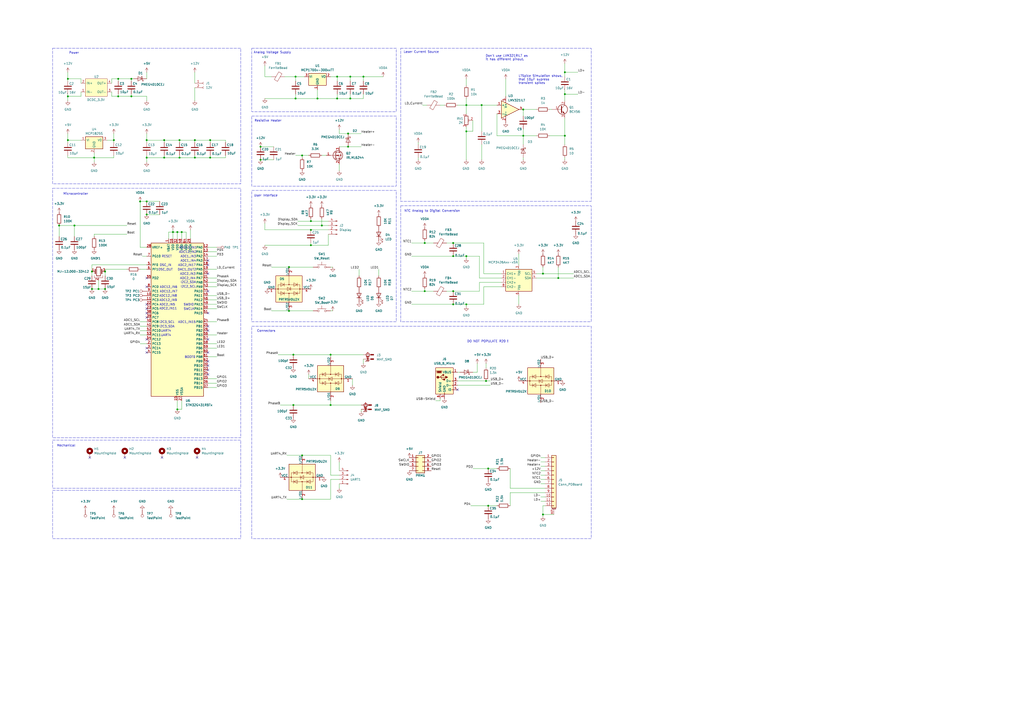
<source format=kicad_sch>
(kicad_sch (version 20250114) (generator "eeschema") (generator_version "9.0")
  (paper "A2")
  (rectangle (start 232.41 119.38) (end 342.9 186.69) (stroke (width 0) (type dash)))
  (rectangle (start 146.05 110.49) (end 229.87 186.69) (stroke (width 0) (type dash)))
  (rectangle (start 30.48 109.22) (end 139.7 254) (stroke (width 0) (type dash)))
  (rectangle (start 232.41 27.94) (end 342.9 116.84) (stroke (width 0) (type dash)))
  (rectangle (start 146.05 189.23) (end 342.9 312.42) (stroke (width 0) (type dash)))
  (rectangle (start 30.48 284.48) (end 139.7 312.42) (stroke (width 0) (type dash)))
  (rectangle (start 30.48 255.27) (end 139.7 283.21) (stroke (width 0) (type dash)))
  (rectangle (start 146.05 67.31) (end 229.87 107.95) (stroke (width 0) (type dash)))
  (rectangle (start 146.05 27.94) (end 229.87 64.77) (stroke (width 0) (type dash)))
  (rectangle (start 30.48 27.94) (end 139.7 106.68) (stroke (width 0) (type dash)))
  (text "SWCLK" (at 109.728 179.324 0) (effects (font (size 1.27 1.27))))
  (text "ADC1_IN4" (at 109.22 151.384 0) (effects (font (size 1.27 1.27))))
  (text "Don't use LVM321RILT as \nit has different pinout." (at 281.686 33.528 0) (effects (font (size 1.27 1.27)) (justify left)))
  (text "ADC12_IN8" (at 97.536 171.704 0) (effects (font (size 1.27 1.27))))
  (text "I2C2_SDA" (at 109.22 163.83 0) (effects (font (size 1.27 1.27))))
  (text "ADC12_IN2" (at 108.966 146.304 0) (effects (font (size 1.27 1.27))))
  (text "ADC12_IN7" (at 97.79 169.164 0) (effects (font (size 1.27 1.27))))
  (text "ADC2_IN17" (at 108.458 153.924 0) (effects (font (size 1.27 1.27))))
  (text "I2C3_SCL" (at 96.774 186.944 0) (effects (font (size 1.27 1.27))))
  (text "Laser Current Source" (at 244.348 30.226 0) (effects (font (size 1.27 1.27))))
  (text "ADC1_IN15" (at 108.458 186.944 0) (effects (font (size 1.27 1.27))))
  (text "SWDIO" (at 109.474 176.784 0) (effects (font (size 1.27 1.27))))
  (text "OSC_IN" (at 96.012 153.924 0) (effects (font (size 1.27 1.27))))
  (text "ADC2_IN11" (at 97.536 179.07 0) (effects (font (size 1.27 1.27))))
  (text "ADC2_IN3" (at 108.966 159.004 0) (effects (font (size 1.27 1.27))))
  (text "Resistive Heater" (at 155.448 70.104 0) (effects (font (size 1.27 1.27))))
  (text "ADC2_IN4" (at 108.966 161.544 0) (effects (font (size 1.27 1.27))))
  (text "Microcontroller" (at 43.942 112.522 0) (effects (font (size 1.27 1.27))))
  (text "OSC_OUT" (at 96.012 156.464 0) (effects (font (size 1.27 1.27))))
  (text "ADC2_IN5" (at 97.028 176.784 0) (effects (font (size 1.27 1.27))))
  (text "ADC12_IN1" (at 108.966 143.764 0) (effects (font (size 1.27 1.27))))
  (text "UART4" (at 96.266 192.024 0) (effects (font (size 1.27 1.27))))
  (text "BOOT0" (at 110.236 207.264 0) (effects (font (size 1.27 1.27))))
  (text "ADC1_IN3" (at 109.22 148.844 0) (effects (font (size 1.27 1.27))))
  (text "Power" (at 42.926 30.734 0) (effects (font (size 1.27 1.27))))
  (text "Mechanical" (at 38.354 258.572 0) (effects (font (size 1.27 1.27))))
  (text "I2C2_SCL" (at 109.22 166.37 0) (effects (font (size 1.27 1.27))))
  (text "NTC Analog to Digital Conversion" (at 250.698 122.428 0) (effects (font (size 1.27 1.27))))
  (text "DO NOT POPULATE R20 !" (at 282.956 198.12 0) (effects (font (size 1.27 1.27))))
  (text "Connectors" (at 154.432 192.024 0) (effects (font (size 1.27 1.27))))
  (text "LTSpice Simulation shows,\nthat 10µF supress \ntransient spikes" (at 300.736 46.228 0) (effects (font (size 1.27 1.27)) (justify left)))
  (text "RESET" (at 96.774 148.844 0) (effects (font (size 1.27 1.27))))
  (text "ADC12_IN9" (at 97.536 174.244 0) (effects (font (size 1.27 1.27))))
  (text "Analog Voltage Supply" (at 157.988 30.48 0) (effects (font (size 1.27 1.27))))
  (text "DAC1_OUT2" (at 108.458 156.464 0) (effects (font (size 1.27 1.27))))
  (text "UART4" (at 96.266 194.564 0) (effects (font (size 1.27 1.27))))
  (text "User Interface" (at 154.178 113.538 0) (effects (font (size 1.27 1.27))))
  (text "I2C3_SDA" (at 96.774 189.484 0) (effects (font (size 1.27 1.27))))
  (text "ADC12_IN6" (at 97.79 166.624 0) (effects (font (size 1.27 1.27))))
  (junction (at 327.66 41.91))
  (junction (at 184.15 57.15))
  (junction (at 210.82 44.45))
  (junction (at 180.34 128.27))
  (junction (at 283.21 293.37))
  (junction (at 104.14 81.28))
  (junction (at 54.61 91.44))
  (junction (at 171.45 57.15))
  (junction (at 203.2 44.45))
  (junction (at 53.34 167.64))
  (junction (at 201.93 77.47))
  (junction (at 85.09 124.46))
  (junction (at 303.53 78.74))
  (junction (at 175.26 90.17))
  (junction (at 100.33 134.62))
  (junction (at 303.53 63.5))
  (junction (at 186.69 130.81))
  (junction (at 60.96 167.64))
  (junction (at 95.25 91.44))
  (junction (at 191.77 205.74))
  (junction (at 180.34 142.24))
  (junction (at 170.18 234.95))
  (junction (at 201.93 85.09))
  (junction (at 151.13 85.09))
  (junction (at 121.92 91.44))
  (junction (at 175.26 289.56))
  (junction (at 102.87 134.62))
  (junction (at 262.89 168.91))
  (junction (at 195.58 44.45))
  (junction (at 85.09 81.28))
  (junction (at 95.25 81.28))
  (junction (at 39.37 45.72))
  (junction (at 57.15 167.64))
  (junction (at 195.58 57.15))
  (junction (at 323.85 161.29))
  (junction (at 170.18 205.74))
  (junction (at 68.58 45.72))
  (junction (at 121.92 81.28))
  (junction (at 66.04 81.28))
  (junction (at 104.14 91.44))
  (junction (at 85.09 116.84))
  (junction (at 102.87 237.49))
  (junction (at 43.18 130.81))
  (junction (at 167.64 180.34))
  (junction (at 60.96 157.48))
  (junction (at 270.51 148.59))
  (junction (at 39.37 81.28))
  (junction (at 270.51 60.96))
  (junction (at 270.51 176.53))
  (junction (at 113.03 91.44))
  (junction (at 113.03 81.28))
  (junction (at 180.34 133.35))
  (junction (at 262.89 140.97))
  (junction (at 76.2 45.72))
  (junction (at 76.2 55.88))
  (junction (at 246.38 168.91))
  (junction (at 281.94 220.98))
  (junction (at 85.09 91.44))
  (junction (at 81.28 116.84))
  (junction (at 39.37 55.88))
  (junction (at 279.4 60.96))
  (junction (at 283.21 271.78))
  (junction (at 327.66 78.74))
  (junction (at 246.38 140.97))
  (junction (at 175.26 264.16))
  (junction (at 314.96 158.75))
  (junction (at 53.34 157.48))
  (junction (at 151.13 92.71))
  (junction (at 34.29 130.81))
  (junction (at 105.41 134.62))
  (junction (at 68.58 55.88))
  (junction (at 270.51 76.2))
  (junction (at 203.2 57.15))
  (junction (at 327.66 54.61))
  (junction (at 314.96 298.45))
  (junction (at 262.89 148.59))
  (junction (at 171.45 44.45))
  (junction (at 191.77 234.95))
  (junction (at 167.64 154.94))
  (junction (at 262.89 176.53))
  (no_connect (at 85.09 166.37))
  (no_connect (at 120.65 151.13))
  (no_connect (at 85.09 204.47))
  (no_connect (at 120.65 204.47))
  (no_connect (at 72.39 265.43))
  (no_connect (at 120.65 212.09))
  (no_connect (at 85.09 201.93))
  (no_connect (at 85.09 196.85))
  (no_connect (at 120.65 196.85))
  (no_connect (at 114.3 265.43))
  (no_connect (at 120.65 158.75))
  (no_connect (at 265.43 226.06))
  (no_connect (at 120.65 189.23))
  (no_connect (at 120.65 217.17))
  (no_connect (at 52.07 265.43))
  (no_connect (at 120.65 191.77))
  (no_connect (at 93.98 265.43))
  (no_connect (at 120.65 209.55))
  (no_connect (at 85.09 184.15))
  (no_connect (at 120.65 181.61))
  (no_connect (at 120.65 214.63))
  (no_connect (at 85.09 179.07))
  (no_connect (at 120.65 153.67))
  (no_connect (at 120.65 168.91))
  (no_connect (at 85.09 176.53))
  (no_connect (at 85.09 181.61))
  (no_connect (at 85.09 161.29))
  (wire (pts (xy 288.29 293.37) (xy 283.21 293.37)))
  (wire (pts (xy 39.37 81.28) (xy 46.99 81.28)))
  (wire (pts (xy 255.27 231.14) (xy 255.27 232.41)))
  (wire (pts (xy 300.99 147.32) (xy 300.99 153.67)))
  (wire (pts (xy 153.67 44.45) (xy 157.48 44.45)))
  (wire (pts (xy 191.77 232.41) (xy 191.77 234.95)))
  (wire (pts (xy 57.15 162.56) (xy 57.15 167.64)))
  (wire (pts (xy 104.14 91.44) (xy 113.03 91.44)))
  (wire (pts (xy 95.25 81.28) (xy 104.14 81.28)))
  (wire (pts (xy 323.85 161.29) (xy 332.74 161.29)))
  (wire (pts (xy 39.37 55.88) (xy 46.99 55.88)))
  (wire (pts (xy 100.33 134.62) (xy 100.33 138.43)))
  (wire (pts (xy 54.61 91.44) (xy 66.04 91.44)))
  (wire (pts (xy 270.51 57.15) (xy 270.51 60.96)))
  (wire (pts (xy 53.34 153.67) (xy 53.34 157.48)))
  (wire (pts (xy 167.64 180.34) (xy 181.61 180.34)))
  (wire (pts (xy 120.65 201.93) (xy 125.73 201.93)))
  (wire (pts (xy 238.76 140.97) (xy 246.38 140.97)))
  (wire (pts (xy 259.08 168.91) (xy 262.89 168.91)))
  (wire (pts (xy 246.38 140.97) (xy 246.38 139.7)))
  (wire (pts (xy 82.55 148.59) (xy 85.09 148.59)))
  (wire (pts (xy 186.69 90.17) (xy 189.23 90.17)))
  (wire (pts (xy 120.65 148.59) (xy 125.73 148.59)))
  (wire (pts (xy 171.45 57.15) (xy 184.15 57.15)))
  (wire (pts (xy 238.76 148.59) (xy 262.89 148.59)))
  (wire (pts (xy 121.92 81.28) (xy 130.81 81.28)))
  (wire (pts (xy 95.25 81.28) (xy 95.25 82.55)))
  (wire (pts (xy 85.09 58.42) (xy 85.09 55.88)))
  (wire (pts (xy 102.87 134.62) (xy 105.41 134.62)))
  (wire (pts (xy 54.61 93.98) (xy 54.61 91.44)))
  (wire (pts (xy 191.77 205.74) (xy 210.82 205.74)))
  (wire (pts (xy 313.69 267.97) (xy 316.23 267.97)))
  (wire (pts (xy 327.66 36.83) (xy 327.66 41.91)))
  (wire (pts (xy 46.99 45.72) (xy 46.99 48.26)))
  (wire (pts (xy 100.33 134.62) (xy 102.87 134.62)))
  (wire (pts (xy 262.89 148.59) (xy 270.51 148.59)))
  (wire (pts (xy 276.86 210.82) (xy 276.86 215.9)))
  (wire (pts (xy 270.51 60.96) (xy 270.51 66.04)))
  (wire (pts (xy 95.25 91.44) (xy 95.25 90.17)))
  (wire (pts (xy 270.51 148.59) (xy 270.51 149.86)))
  (wire (pts (xy 278.13 163.83) (xy 290.83 163.83)))
  (wire (pts (xy 196.85 283.21) (xy 196.85 280.67)))
  (wire (pts (xy 121.92 81.28) (xy 121.92 82.55)))
  (wire (pts (xy 196.85 99.06) (xy 196.85 95.25)))
  (wire (pts (xy 102.87 134.62) (xy 102.87 138.43)))
  (wire (pts (xy 257.81 60.96) (xy 255.27 60.96)))
  (wire (pts (xy 162.56 234.95) (xy 170.18 234.95)))
  (wire (pts (xy 311.15 158.75) (xy 314.96 158.75)))
  (wire (pts (xy 293.37 45.72) (xy 293.37 55.88)))
  (wire (pts (xy 303.53 91.44) (xy 303.53 92.71)))
  (wire (pts (xy 153.67 57.15) (xy 171.45 57.15)))
  (wire (pts (xy 303.53 63.5) (xy 311.15 63.5)))
  (wire (pts (xy 157.48 154.94) (xy 167.64 154.94)))
  (wire (pts (xy 113.03 41.91) (xy 113.03 48.26)))
  (wire (pts (xy 288.29 66.04) (xy 288.29 78.74)))
  (wire (pts (xy 95.25 91.44) (xy 104.14 91.44)))
  (wire (pts (xy 81.28 116.84) (xy 85.09 116.84)))
  (wire (pts (xy 153.67 142.24) (xy 180.34 142.24)))
  (wire (pts (xy 279.4 60.96) (xy 279.4 76.2)))
  (wire (pts (xy 327.66 92.71) (xy 327.66 91.44)))
  (wire (pts (xy 278.13 148.59) (xy 278.13 161.29)))
  (wire (pts (xy 66.04 81.28) (xy 66.04 82.55)))
  (wire (pts (xy 323.85 154.94) (xy 323.85 161.29)))
  (wire (pts (xy 327.66 41.91) (xy 327.66 44.45)))
  (wire (pts (xy 278.13 161.29) (xy 290.83 161.29)))
  (wire (pts (xy 120.65 166.37) (xy 125.73 166.37)))
  (wire (pts (xy 280.67 158.75) (xy 290.83 158.75)))
  (wire (pts (xy 274.32 215.9) (xy 276.86 215.9)))
  (wire (pts (xy 238.76 176.53) (xy 262.89 176.53)))
  (wire (pts (xy 81.28 189.23) (xy 85.09 189.23)))
  (wire (pts (xy 120.65 173.99) (xy 125.73 173.99)))
  (wire (pts (xy 57.15 167.64) (xy 60.96 167.64)))
  (wire (pts (xy 265.43 220.98) (xy 281.94 220.98)))
  (wire (pts (xy 278.13 168.91) (xy 278.13 163.83)))
  (wire (pts (xy 210.82 208.28) (xy 210.82 210.82)))
  (wire (pts (xy 316.23 283.21) (xy 295.91 283.21)))
  (wire (pts (xy 105.41 237.49) (xy 105.41 232.41)))
  (wire (pts (xy 153.67 129.54) (xy 153.67 133.35)))
  (wire (pts (xy 97.79 134.62) (xy 100.33 134.62)))
  (wire (pts (xy 180.34 128.27) (xy 190.5 128.27)))
  (wire (pts (xy 120.65 199.39) (xy 125.73 199.39)))
  (wire (pts (xy 175.26 91.44) (xy 175.26 90.17)))
  (wire (pts (xy 327.66 41.91) (xy 335.28 41.91)))
  (wire (pts (xy 105.41 134.62) (xy 107.95 134.62)))
  (wire (pts (xy 85.09 41.91) (xy 85.09 45.72)))
  (wire (pts (xy 280.67 140.97) (xy 280.67 158.75)))
  (wire (pts (xy 85.09 81.28) (xy 85.09 82.55)))
  (wire (pts (xy 100.33 133.35) (xy 100.33 134.62)))
  (wire (pts (xy 295.91 293.37) (xy 295.91 285.75)))
  (wire (pts (xy 104.14 81.28) (xy 104.14 82.55)))
  (wire (pts (xy 295.91 285.75) (xy 316.23 285.75)))
  (wire (pts (xy 270.51 73.66) (xy 270.51 76.2)))
  (wire (pts (xy 110.49 133.35) (xy 110.49 138.43)))
  (wire (pts (xy 238.76 168.91) (xy 246.38 168.91)))
  (wire (pts (xy 113.03 81.28) (xy 121.92 81.28)))
  (wire (pts (xy 76.2 55.88) (xy 85.09 55.88)))
  (wire (pts (xy 170.18 234.95) (xy 191.77 234.95)))
  (wire (pts (xy 68.58 55.88) (xy 76.2 55.88)))
  (wire (pts (xy 193.04 180.34) (xy 191.77 180.34)))
  (wire (pts (xy 208.28 156.21) (xy 208.28 160.02)))
  (wire (pts (xy 68.58 45.72) (xy 68.58 46.99)))
  (wire (pts (xy 313.69 265.43) (xy 316.23 265.43)))
  (wire (pts (xy 179.07 217.17) (xy 179.07 219.71)))
  (wire (pts (xy 43.18 130.81) (xy 34.29 130.81)))
  (wire (pts (xy 39.37 77.47) (xy 39.37 81.28)))
  (wire (pts (xy 120.65 179.07) (xy 125.73 179.07)))
  (wire (pts (xy 196.85 267.97) (xy 196.85 273.05)))
  (wire (pts (xy 311.15 161.29) (xy 323.85 161.29)))
  (wire (pts (xy 280.67 166.37) (xy 290.83 166.37)))
  (wire (pts (xy 203.2 44.45) (xy 203.2 46.99)))
  (wire (pts (xy 125.73 224.79) (xy 120.65 224.79)))
  (wire (pts (xy 64.77 55.88) (xy 68.58 55.88)))
  (wire (pts (xy 54.61 135.89) (xy 54.61 137.16)))
  (wire (pts (xy 270.51 148.59) (xy 278.13 148.59)))
  (wire (pts (xy 54.61 91.44) (xy 54.61 88.9)))
  (wire (pts (xy 274.32 76.2) (xy 270.51 76.2)))
  (wire (pts (xy 68.58 54.61) (xy 68.58 55.88)))
  (wire (pts (xy 85.09 91.44) (xy 95.25 91.44)))
  (wire (pts (xy 120.65 146.05) (xy 125.73 146.05)))
  (wire (pts (xy 62.23 81.28) (xy 66.04 81.28)))
  (wire (pts (xy 165.1 44.45) (xy 171.45 44.45)))
  (wire (pts (xy 120.65 163.83) (xy 125.73 163.83)))
  (wire (pts (xy 316.23 278.13) (xy 313.69 278.13)))
  (wire (pts (xy 171.45 44.45) (xy 176.53 44.45)))
  (wire (pts (xy 68.58 45.72) (xy 76.2 45.72)))
  (wire (pts (xy 81.28 199.39) (xy 85.09 199.39)))
  (wire (pts (xy 130.81 81.28) (xy 130.81 82.55)))
  (wire (pts (xy 203.2 54.61) (xy 203.2 57.15)))
  (wire (pts (xy 43.18 130.81) (xy 73.66 130.81)))
  (wire (pts (xy 120.65 176.53) (xy 125.73 176.53)))
  (wire (pts (xy 121.92 91.44) (xy 121.92 90.17)))
  (wire (pts (xy 314.96 298.45) (xy 321.31 298.45)))
  (wire (pts (xy 81.28 143.51) (xy 85.09 143.51)))
  (wire (pts (xy 270.51 176.53) (xy 280.67 176.53)))
  (wire (pts (xy 203.2 44.45) (xy 210.82 44.45)))
  (wire (pts (xy 43.18 130.81) (xy 43.18 137.16)))
  (wire (pts (xy 191.77 278.13) (xy 191.77 289.56)))
  (wire (pts (xy 113.03 81.28) (xy 113.03 82.55)))
  (wire (pts (xy 195.58 54.61) (xy 195.58 57.15)))
  (wire (pts (xy 279.4 60.96) (xy 288.29 60.96)))
  (wire (pts (xy 171.45 46.99) (xy 171.45 44.45)))
  (wire (pts (xy 166.37 264.16) (xy 175.26 264.16)))
  (wire (pts (xy 270.51 176.53) (xy 270.51 177.8)))
  (wire (pts (xy 81.28 116.84) (xy 81.28 143.51)))
  (wire (pts (xy 195.58 44.45) (xy 203.2 44.45)))
  (wire (pts (xy 125.73 219.71) (xy 120.65 219.71)))
  (wire (pts (xy 210.82 44.45) (xy 210.82 46.99)))
  (wire (pts (xy 270.51 45.72) (xy 270.51 49.53)))
  (wire (pts (xy 76.2 45.72) (xy 76.2 46.99)))
  (wire (pts (xy 184.15 52.07) (xy 184.15 57.15)))
  (wire (pts (xy 242.57 82.55) (xy 242.57 83.82)))
  (wire (pts (xy 39.37 45.72) (xy 39.37 46.99)))
  (wire (pts (xy 262.89 140.97) (xy 280.67 140.97)))
  (wire (pts (xy 303.53 63.5) (xy 303.53 67.31)))
  (wire (pts (xy 283.21 293.37) (xy 273.05 293.37)))
  (wire (pts (xy 125.73 186.69) (xy 120.65 186.69)))
  (wire (pts (xy 210.82 44.45) (xy 222.25 44.45)))
  (wire (pts (xy 246.38 168.91) (xy 251.46 168.91)))
  (wire (pts (xy 180.34 140.97) (xy 180.34 142.24)))
  (wire (pts (xy 39.37 41.91) (xy 39.37 45.72)))
  (wire (pts (xy 270.51 60.96) (xy 279.4 60.96)))
  (wire (pts (xy 81.28 194.31) (xy 85.09 194.31)))
  (wire (pts (xy 327.66 52.07) (xy 327.66 54.61)))
  (wire (pts (xy 219.71 156.21) (xy 219.71 160.02)))
  (wire (pts (xy 125.73 143.51) (xy 120.65 143.51)))
  (wire (pts (xy 64.77 45.72) (xy 64.77 48.26)))
  (wire (pts (xy 203.2 57.15) (xy 210.82 57.15)))
  (wire (pts (xy 161.29 205.74) (xy 170.18 205.74)))
  (wire (pts (xy 316.23 280.67) (xy 313.69 280.67)))
  (wire (pts (xy 85.09 77.47) (xy 85.09 81.28)))
  (wire (pts (xy 318.77 78.74) (xy 327.66 78.74)))
  (wire (pts (xy 167.64 154.94) (xy 181.61 154.94)))
  (wire (pts (xy 262.89 176.53) (xy 270.51 176.53)))
  (wire (pts (xy 102.87 237.49) (xy 105.41 237.49)))
  (wire (pts (xy 246.38 140.97) (xy 251.46 140.97)))
  (wire (pts (xy 280.67 176.53) (xy 280.67 166.37)))
  (wire (pts (xy 245.11 60.96) (xy 247.65 60.96)))
  (wire (pts (xy 39.37 91.44) (xy 54.61 91.44)))
  (wire (pts (xy 39.37 58.42) (xy 39.37 55.88)))
  (wire (pts (xy 313.69 270.51) (xy 316.23 270.51)))
  (wire (pts (xy 196.85 77.47) (xy 201.93 77.47)))
  (wire (pts (xy 120.65 171.45) (xy 125.73 171.45)))
  (wire (pts (xy 107.95 134.62) (xy 107.95 138.43)))
  (wire (pts (xy 85.09 93.98) (xy 85.09 91.44)))
  (wire (pts (xy 274.32 69.85) (xy 274.32 76.2)))
  (wire (pts (xy 105.41 134.62) (xy 105.41 138.43)))
  (wire (pts (xy 190.5 142.24) (xy 190.5 135.89)))
  (wire (pts (xy 314.96 298.45) (xy 314.96 293.37)))
  (wire (pts (xy 313.69 273.05) (xy 316.23 273.05)))
  (wire (pts (xy 175.26 90.17) (xy 179.07 90.17)))
  (wire (pts (xy 196.85 85.09) (xy 201.93 85.09)))
  (wire (pts (xy 303.53 74.93) (xy 303.53 78.74)))
  (wire (pts (xy 64.77 55.88) (xy 64.77 53.34)))
  (wire (pts (xy 175.26 264.16) (xy 191.77 264.16)))
  (wire (pts (xy 314.96 299.72) (xy 314.96 298.45)))
  (wire (pts (xy 193.04 154.94) (xy 191.77 154.94)))
  (wire (pts (xy 195.58 44.45) (xy 195.58 46.99)))
  (wire (pts (xy 104.14 81.28) (xy 113.03 81.28)))
  (wire (pts (xy 191.77 44.45) (xy 195.58 44.45)))
  (wire (pts (xy 191.77 275.59) (xy 196.85 275.59)))
  (wire (pts (xy 97.79 138.43) (xy 97.79 134.62)))
  (wire (pts (xy 85.09 91.44) (xy 85.09 90.17)))
  (wire (pts (xy 180.34 127) (xy 180.34 128.27)))
  (wire (pts (xy 314.96 158.75) (xy 332.74 158.75)))
  (wire (pts (xy 316.23 288.29) (xy 313.69 288.29)))
  (wire (pts (xy 81.28 191.77) (xy 85.09 191.77)))
  (wire (pts (xy 300.99 171.45) (xy 300.99 176.53)))
  (wire (pts (xy 104.14 91.44) (xy 104.14 90.17)))
  (wire (pts (xy 60.96 157.48) (xy 60.96 160.02)))
  (wire (pts (xy 191.77 264.16) (xy 191.77 275.59)))
  (wire (pts (xy 303.53 78.74) (xy 288.29 78.74)))
  (wire (pts (xy 204.47 219.71) (xy 204.47 223.52)))
  (wire (pts (xy 265.43 223.52) (xy 284.48 223.52)))
  (wire (pts (xy 311.15 78.74) (xy 303.53 78.74)))
  (wire (pts (xy 191.77 278.13) (xy 196.85 278.13)))
  (wire (pts (xy 113.03 50.8) (xy 113.03 58.42)))
  (wire (pts (xy 170.18 205.74) (xy 191.77 205.74)))
  (wire (pts (xy 303.53 78.74) (xy 303.53 83.82)))
  (wire (pts (xy 295.91 283.21) (xy 295.91 271.78)))
  (wire (pts (xy 265.43 60.96) (xy 270.51 60.96)))
  (wire (pts (xy 81.28 186.69) (xy 85.09 186.69)))
  (wire (pts (xy 259.08 140.97) (xy 262.89 140.97)))
  (wire (pts (xy 157.48 180.34) (xy 167.64 180.34)))
  (wire (pts (xy 186.69 130.81) (xy 190.5 130.81)))
  (wire (pts (xy 201.93 77.47) (xy 209.55 77.47)))
  (wire (pts (xy 85.09 81.28) (xy 95.25 81.28)))
  (wire (pts (xy 209.55 237.49) (xy 209.55 238.76)))
  (wire (pts (xy 274.32 271.78) (xy 283.21 271.78)))
  (wire (pts (xy 53.34 153.67) (xy 85.09 153.67)))
  (wire (pts (xy 281.94 220.98) (xy 284.48 220.98)))
  (wire (pts (xy 39.37 91.44) (xy 39.37 90.17)))
  (wire (pts (xy 255.27 232.41) (xy 252.73 232.41)))
  (wire (pts (xy 201.93 85.09) (xy 209.55 85.09)))
  (wire (pts (xy 270.51 76.2) (xy 270.51 92.71)))
  (wire (pts (xy 318.77 63.5) (xy 320.04 63.5)))
  (wire (pts (xy 151.13 92.71) (xy 158.75 92.71)))
  (wire (pts (xy 327.66 68.58) (xy 327.66 78.74)))
  (wire (pts (xy 53.34 167.64) (xy 57.15 167.64)))
  (wire (pts (xy 54.61 135.89) (xy 73.66 135.89)))
  (wire (pts (xy 125.73 222.25) (xy 120.65 222.25)))
  (wire (pts (xy 184.15 57.15) (xy 195.58 57.15)))
  (wire (pts (xy 151.13 85.09) (xy 158.75 85.09)))
  (wire (pts (xy 180.34 142.24) (xy 190.5 142.24)))
  (wire (pts (xy 60.96 156.21) (xy 73.66 156.21)))
  (wire (pts (xy 175.26 289.56) (xy 191.77 289.56)))
  (wire (pts (xy 246.38 168.91) (xy 246.38 167.64)))
  (wire (pts (xy 210.82 54.61) (xy 210.82 57.15)))
  (wire (pts (xy 121.92 91.44) (xy 130.81 91.44)))
  (wire (pts (xy 279.4 92.71) (xy 279.4 83.82)))
  (wire (pts (xy 39.37 82.55) (xy 39.37 81.28)))
  (wire (pts (xy 316.23 293.37) (xy 314.96 293.37)))
  (wire (pts (xy 171.45 90.17) (xy 175.26 90.17)))
  (wire (pts (xy 327.66 54.61) (xy 327.66 58.42)))
  (wire (pts (xy 34.29 130.81) (xy 34.29 137.16)))
  (wire (pts (xy 113.03 91.44) (xy 121.92 91.44)))
  (wire (pts (xy 196.85 74.93) (xy 196.85 77.47)))
  (wire (pts (xy 281.94 210.82) (xy 281.94 213.36)))
  (wire (pts (xy 327.66 78.74) (xy 327.66 83.82)))
  (wire (pts (xy 60.96 156.21) (xy 60.96 157.48)))
  (wire (pts (xy 39.37 55.88) (xy 39.37 54.61)))
  (wire (pts (xy 283.21 271.78) (xy 288.29 271.78)))
  (wire (pts (xy 68.58 45.72) (xy 64.77 45.72)))
  (wire (pts (xy 314.96 154.94) (xy 314.96 158.75)))
  (wire (pts (xy 81.28 156.21) (xy 85.09 156.21)))
  (wire (pts (xy 327.66 54.61) (xy 335.28 54.61)))
  (wire (pts (xy 125.73 194.31) (xy 120.65 194.31)))
  (wire (pts (xy 166.37 289.56) (xy 175.26 289.56)))
  (wire (pts (xy 125.73 207.01) (xy 120.65 207.01)))
  (wire (pts (xy 76.2 54.61) (xy 76.2 55.88)))
  (wire (pts (xy 46.99 55.88) (xy 46.99 53.34)))
  (wire (pts (xy 265.43 215.9) (xy 266.7 215.9)))
  (wire (pts (xy 153.67 133.35) (xy 180.34 133.35)))
  (wire (pts (xy 66.04 91.44) (xy 66.04 90.17)))
  (wire (pts (xy 39.37 45.72) (xy 46.99 45.72)))
  (wire (pts (xy 130.81 91.44) (xy 130.81 90.17)))
  (wire (pts (xy 120.65 156.21) (xy 125.73 156.21)))
  (wire (pts (xy 85.09 116.84) (xy 92.71 116.84)))
  (wire (pts (xy 180.34 133.35) (xy 190.5 133.35)))
  (wire (pts (xy 171.45 54.61) (xy 171.45 57.15)))
  (wire (pts (xy 102.87 237.49) (xy 102.87 232.41)))
  (wire (pts (xy 242.57 92.71) (xy 242.57 91.44)))
  (wire (pts (xy 113.03 91.44) (xy 113.03 90.17)))
  (wire (pts (xy 172.72 128.27) (xy 180.34 128.27)))
  (wire (pts (xy 53.34 157.48) (xy 53.34 160.02)))
  (wire (pts (xy 313.69 275.59) (xy 316.23 275.59)))
  (wire (pts (xy 153.67 38.1) (xy 153.67 44.45)))
  (wire (pts (xy 76.2 45.72) (xy 77.47 45.72)))
  (wire (pts (xy 85.09 124.46) (xy 92.71 124.46)))
  (wire (pts (xy 262.89 168.91) (xy 278.13 168.91)))
  (wire (pts (xy 191.77 205.74) (xy 191.77 207.01)))
  (wire (pts (xy 172.72 130.81) (xy 186.69 130.81)))
  (wire (pts (xy 191.77 234.95) (xy 209.55 234.95)))
  (wire (pts (xy 195.58 57.15) (xy 203.2 57.15)))
  (wire (pts (xy 186.69 127) (xy 186.69 130.81)))
  (wire (pts (xy 316.23 290.83) (xy 313.69 290.83)))
  (wire (pts (xy 120.65 161.29) (xy 125.73 161.29)))
  (wire (pts (xy 66.04 77.47) (xy 66.04 81.28)))
  (label "Display_SDA" (at 172.72 128.27 180))
  (label "Display_SCK" (at 125.73 166.37 0))
  (label "UART4_RX" (at 166.37 264.16 180))
  (label "SWDIO" (at 125.73 176.53 0))
  (label "GND" (at 313.69 280.67 180))
  (label "USB_D+" (at 125.73 173.99 0))
  (label "UART4_TX" (at 81.28 191.77 180))
  (label "GPIO1" (at 125.73 219.71 0))
  (label "GPIO3" (at 125.73 224.79 0))
  (label "LD+" (at 313.69 290.83 180))
  (label "PhaseA" (at 161.29 205.74 180))
  (label "Boot" (at 73.66 135.89 0))
  (label "Reset" (at 250.19 273.05 0))
  (label "ADC1_SCL" (at 332.74 158.75 0))
  (label "USB-Shield" (at 252.73 232.41 180))
  (label "NTC2" (at 313.69 275.59 180))
  (label "ADC1_SDA" (at 81.28 189.23 180))
  (label "PD3" (at 125.73 148.59 0))
  (label "LD-" (at 313.69 288.29 180))
  (label "ADC1_SDA" (at 332.74 161.29 0))
  (label "NTC1" (at 238.76 140.97 180))
  (label "NTC1" (at 313.69 278.13 180))
  (label "USB_D-" (at 313.69 233.68 0))
  (label "Display_SDA" (at 125.73 163.83 0))
  (label "LED1" (at 219.71 156.21 180))
  (label "GPIO1" (at 250.19 265.43 0))
  (label "Heater+" (at 313.69 270.51 180))
  (label "LD_Current" (at 245.11 60.96 180))
  (label "USB_D+" (at 313.69 208.28 0))
  (label "Heater-" (at 313.69 267.97 180))
  (label "UART4_TX" (at 166.37 289.56 180))
  (label "LED1" (at 125.73 201.93 0))
  (label "SWCLK" (at 237.49 267.97 180))
  (label "GND" (at 238.76 148.59 180))
  (label "USB_D+" (at 284.48 220.98 0))
  (label "GPIO4" (at 313.69 265.43 180))
  (label "LED2" (at 125.73 199.39 0))
  (label "USB_D-" (at 284.48 223.52 0))
  (label "GPIO3" (at 250.19 270.51 0))
  (label "PD4" (at 125.73 146.05 0))
  (label "Heater" (at 171.45 90.17 180))
  (label "ADC1_SCL" (at 81.28 186.69 180))
  (label "Boot" (at 157.48 180.34 180))
  (label "Reset" (at 82.55 148.59 180))
  (label "PD3" (at 274.32 271.78 180))
  (label "PD4" (at 273.05 293.37 180))
  (label "Heater" (at 125.73 194.31 0))
  (label "SWDIO" (at 237.49 270.51 180))
  (label "GPIO4" (at 81.28 199.39 180))
  (label "Heater+" (at 209.55 77.47 0))
  (label "+12V" (at 313.69 273.05 180))
  (label "UART4_RX" (at 81.28 194.31 180))
  (label "Display_SCK" (at 172.72 130.81 180))
  (label "LED2" (at 208.28 156.21 180))
  (label "PhaseB" (at 125.73 186.69 0))
  (label "LD+" (at 335.28 41.91 0))
  (label "GND" (at 238.76 176.53 180))
  (label "LD-" (at 335.28 54.61 0))
  (label "GPIO2" (at 125.73 222.25 0))
  (label "Boot" (at 125.73 207.01 0))
  (label "Reset" (at 157.48 154.94 180))
  (label "GPIO2" (at 250.19 267.97 0))
  (label "SWCLK" (at 125.73 179.07 0))
  (label "Heater-" (at 209.55 85.09 0))
  (label "LD_Current" (at 125.73 156.21 0))
  (label "PhaseB" (at 162.56 234.95 180))
  (label "PhaseA" (at 125.73 161.29 0))
  (label "NTC2" (at 238.76 168.91 180))
  (label "Reset" (at 73.66 130.81 0))
  (label "USB_D-" (at 125.73 171.45 0))
  (symbol (lib_id "power:+5V") (at 39.37 77.47 0) (unit 1)
    (property "Reference" "#PWR015" (effects (hide yes)))
    (property "Value" "+5V" (at 39.37 72.39 0))
    (property "Description" "Power symbol creates a global label with name \"+5V\"" (effects (hide yes)))
  )
  (symbol (lib_id "power:+3.3V") (at 314.96 147.32 0) (unit 1)
    (property "Reference" "#PWR048" (effects (hide yes)))
    (property "Value" "+3.3V" (at 314.96 142.24 0))
    (property "Description" "Power symbol creates a global label with name \"+3.3V\"" (effects (hide yes)))
  )
  (symbol (lib_id "Device:C") (at 85.09 86.36 0) (unit 1)
    (property "Reference" "C13" (at 85.852 84.074 0) (effects (justify left)))
    (property "Value" "10µF" (at 86.106 89.154 0) (effects (justify left)))
    (property "Footprint" "Capacitor_SMD:C_0603_1608Metric" (effects (hide yes)))
    (property "Description" "Unpolarized capacitor" (effects (hide yes)))
  )
  (symbol (lib_id "power:+3.3V") (at 85.09 77.47 0) (unit 1)
    (property "Reference" "#PWR017" (effects (hide yes)))
    (property "Value" "+3.3V" (at 85.09 72.39 0))
    (property "Description" "Power symbol creates a global label with name \"+3.3V\"" (effects (hide yes)))
  )
  (symbol (lib_id "power:GND") (at 85.09 124.46 0) (unit 1)
    (property "Reference" "#PWR034" (effects (hide yes)))
    (property "Value" "GND" (at 85.09 129.54 0))
    (property "Description" "Power symbol creates a global label with name \"GND\" , ground" (effects (hide yes)))
  )
  (symbol (lib_id "power:+3.3V") (at 193.04 180.34 0) (unit 1)
    (property "Reference" "#PWR061" (effects (hide yes)))
    (property "Value" "+3.3V" (at 193.04 175.26 0))
    (property "Description" "Power symbol creates a global label with name \"+3.3V\"" (effects (hide yes)))
  )
  (symbol (lib_id "Amplifier_Operational:LMV321") (at 295.91 63.5 0) (unit 1)
    (property "Reference" "U3" (at 296.164 55.626 0))
    (property "Value" "LMV321ILT" (at 299.72 58.166 0))
    (property "Footprint" "Package_TO_SOT_SMD:SOT-23-5" (effects (hide yes)))
    (property "Datasheet" "http://www.ti.com/lit/ds/symlink/lmv324.pdf" (effects (hide yes)))
    (property "Description" "Low-Voltage Rail-to-Rail Output Operational Amplifiers, SOT-23-5/SC-70-5" (effects (hide yes)))
  )
  (symbol (lib_id "power:+3.3V") (at 162.56 276.86 0) (unit 1)
    (property "Reference" "#PWR083" (effects (hide yes)))
    (property "Value" "+3.3V" (at 162.56 271.78 0))
    (property "Description" "Power symbol creates a global label with name \"+3.3V\"" (effects (hide yes)))
  )
  (symbol (lib_id "Device:C") (at 279.4 80.01 180) (unit 1)
    (property "Reference" "C10" (at 284.226 82.804 0) (effects (justify left)))
    (property "Value" "0.1µF" (at 285.75 77.724 0) (effects (justify left)))
    (property "Footprint" "Capacitor_SMD:C_0603_1608Metric" (effects (hide yes)))
    (property "Description" "Unpolarized capacitor" (effects (hide yes)))
  )
  (symbol (lib_id "power:GND") (at 99.06 295.91 180) (unit 1)
    (property "Reference" "#PWR079" (effects (hide yes)))
    (property "Value" "GND" (at 99.06 290.83 0))
    (property "Description" "Power symbol creates a global label with name \"GND\" , ground" (effects (hide yes)))
  )
  (symbol (lib_id "Device:C") (at 303.53 71.12 180) (unit 1)
    (property "Reference" "C9" (at 302.768 74.93 0) (effects (justify left)))
    (property "Value" "100pF" (at 310.134 68.326 0) (effects (justify left)))
    (property "Footprint" "Capacitor_SMD:C_0603_1608Metric" (effects (hide yes)))
    (property "Description" "Unpolarized capacitor" (effects (hide yes)))
  )
  (symbol (lib_id "power:GND") (at 270.51 92.71 0) (unit 1)
    (property "Reference" "#PWR023" (effects (hide yes)))
    (property "Value" "GND" (at 270.256 97.79 0))
    (property "Description" "Power symbol creates a global label with name \"GND\" , ground" (effects (hide yes)))
  )
  (symbol (lib_id "Device:R") (at 175.26 95.25 180) (unit 1)
    (property "Reference" "R7" (at 177.8 93.9799 0) (effects (justify right)))
    (property "Value" "10K" (at 177.8 96.5199 0) (effects (justify right)))
    (property "Footprint" "Resistor_SMD:R_0603_1608Metric" (effects (hide yes)))
    (property "Description" "Resistor" (effects (hide yes)))
  )
  (symbol (lib_id "Device:R") (at 314.96 151.13 0) (unit 1)
    (property "Reference" "R14" (at 317.5 149.8599 0) (effects (justify left)))
    (property "Value" "4K7" (at 317.5 152.3999 0) (effects (justify left)))
    (property "Footprint" "Resistor_SMD:R_0603_1608Metric" (effects (hide yes)))
    (property "Description" "Resistor" (effects (hide yes)))
  )
  (symbol (lib_id "Device:C") (at 85.09 120.65 0) (unit 1)
    (property "Reference" "C22" (at 85.852 118.364 0) (effects (justify left)))
    (property "Value" "0.1µF" (at 86.106 123.19 0) (effects (justify left)))
    (property "Footprint" "Capacitor_SMD:C_0603_1608Metric" (effects (hide yes)))
    (property "Description" "Unpolarized capacitor" (effects (hide yes)))
  )
  (symbol (lib_id "Device:C") (at 43.18 140.97 0) (unit 1)
    (property "Reference" "C27" (at 43.942 138.684 0) (effects (justify left)))
    (property "Value" "100pF" (at 44.196 143.51 0) (effects (justify left)))
    (property "Footprint" "Capacitor_SMD:C_0603_1608Metric" (effects (hide yes)))
    (property "Description" "Unpolarized capacitor" (effects (hide yes)))
  )
  (symbol (lib_id "power:+3.3V") (at 334.01 128.27 0) (unit 1)
    (property "Reference" "#PWR036" (effects (hide yes)))
    (property "Value" "+3.3V" (at 334.01 123.19 0))
    (property "Description" "Power symbol creates a global label with name \"+3.3V\"" (effects (hide yes)))
  )
  (symbol (lib_id "Device:C") (at 180.34 137.16 0) (unit 1)
    (property "Reference" "C25" (at 181.102 134.874 0) (effects (justify left)))
    (property "Value" "1µF" (at 181.356 140.462 0) (effects (justify left)))
    (property "Footprint" "Capacitor_SMD:C_0603_1608Metric" (effects (hide yes)))
    (property "Description" "Unpolarized capacitor" (effects (hide yes)))
  )
  (symbol (lib_id "Connector:TestPoint") (at 85.09 168.91 90) (unit 1)
    (property "Reference" "TP2" (at 74.422 168.91 90))
    (property "Value" "PC1" (at 78.994 168.91 90))
    (property "Footprint" "TestPoint:TestPoint_THTPad_D1.0mm_Drill0.5mm" (effects (hide yes)))
    (property "Description" "test point" (effects (hide yes)))
  )
  (symbol (lib_id "power:VDDA") (at 81.28 116.84 0) (unit 1)
    (property "Reference" "#PWR030" (effects (hide yes)))
    (property "Value" "VDDA" (at 81.28 111.76 0))
    (property "Description" "Power symbol creates a global label with name \"VDDA\"" (effects (hide yes)))
  )
  (symbol (lib_id "power:GND") (at 300.99 176.53 0) (unit 1)
    (property "Reference" "#PWR059" (effects (hide yes)))
    (property "Value" "GND" (at 300.99 181.61 0))
    (property "Description" "Power symbol creates a global label with name \"GND\" , ground" (effects (hide yes)))
  )
  (symbol (lib_id "Connector:Conn_01x02_Socket") (at 118.11 48.26 0) (unit 1)
    (property "Reference" "J1" (at 119.38 48.2599 0) (effects (justify left)))
    (property "Value" "12V" (at 119.38 50.7999 0) (effects (justify left)))
    (property "Footprint" "Connector_AMASS:AMASS_XT30U-F_1x02_P5.0mm_Vertical" (effects (hide yes)))
    (property "Description" "Generic connector, single row, 01x02, script generated" (effects (hide yes)))
  )
  (symbol (lib_id "power:GND") (at 54.61 93.98 0) (unit 1)
    (property "Reference" "#PWR020" (effects (hide yes)))
    (property "Value" "GND" (at 54.61 99.06 0))
    (property "Description" "Power symbol creates a global label with name \"GND\" , ground" (effects (hide yes)))
  )
  (symbol (lib_id "Device:R") (at 292.1 293.37 90) (unit 1)
    (property "Reference" "R22" (at 288.544 291.338 0) (effects (justify left)))
    (property "Value" "1.5k" (at 291.084 291.338 0) (effects (justify left)))
    (property "Footprint" "Resistor_SMD:R_0603_1608Metric" (effects (hide yes)))
    (property "Description" "Resistor" (effects (hide yes)))
  )
  (symbol (lib_id "power:GND") (at 209.55 238.76 0) (unit 1)
    (property "Reference" "#PWR071" (effects (hide yes)))
    (property "Value" "GND" (at 209.55 243.84 0))
    (property "Description" "Power symbol creates a global label with name \"GND\" , ground" (effects (hide yes)))
  )
  (symbol (lib_id "power:GND") (at 208.28 175.26 0) (unit 1)
    (property "Reference" "#PWR057" (effects (hide yes)))
    (property "Value" "GND" (at 208.28 180.34 0))
    (property "Description" "Power symbol creates a global label with name \"GND\" , ground" (effects (hide yes)))
  )
  (symbol (lib_id "Device:C") (at 60.96 163.83 0) (unit 1)
    (property "Reference" "C30" (at 61.722 161.544 0) (effects (justify left)))
    (property "Value" "15pF" (at 61.976 166.37 0) (effects (justify left)))
    (property "Footprint" "Capacitor_SMD:C_0603_1608Metric" (effects (hide yes)))
    (property "Description" "Unpolarized capacitor" (effects (hide yes)))
  )
  (symbol (lib_id "power:GND") (at 102.87 237.49 0) (unit 1)
    (property "Reference" "#PWR073" (effects (hide yes)))
    (property "Value" "GND" (at 102.87 242.57 0))
    (property "Description" "Power symbol creates a global label with name \"GND\" , ground" (effects (hide yes)))
  )
  (symbol (lib_id "Device:LED") (at 208.28 171.45 90) (unit 1)
    (property "Reference" "D6" (at 215.9 173.0375 0))
    (property "Value" "LED" (at 213.36 173.0375 0))
    (property "Footprint" "LED_SMD:LED_0603_1608Metric_Pad1.05x0.95mm_HandSolder" (effects (hide yes)))
    (property "Description" "Light emitting diode" (effects (hide yes)))
  )
  (symbol (lib_id "Mechanical:MountingHole_Pad") (at 93.98 262.89 0) (unit 1) (exclude_from_sim yes) (in_bom no)
    (property "Reference" "H3" (at 96.52 260.3499 0) (effects (justify left)))
    (property "Value" "MountingHole" (at 96.52 262.8899 0) (effects (justify left)))
    (property "Footprint" "MountingHole:MountingHole_2.7mm_M2.5_ISO14580_Pad" (effects (hide yes)))
    (property "Description" "Mounting Hole with connection" (effects (hide yes)))
  )
  (symbol (lib_id "Device:LED") (at 219.71 171.45 90) (unit 1)
    (property "Reference" "D7" (at 227.33 173.0375 0))
    (property "Value" "LED" (at 224.79 173.0375 0))
    (property "Footprint" "LED_SMD:LED_0603_1608Metric_Pad1.05x0.95mm_HandSolder" (effects (hide yes)))
    (property "Description" "Light emitting diode" (effects (hide yes)))
  )
  (symbol (lib_id "Device:C") (at 170.18 238.76 180) (unit 1)
    (property "Reference" "C33" (at 169.418 242.57 0) (effects (justify left)))
    (property "Value" "100pF" (at 166.878 238.506 0) (effects (justify left)))
    (property "Footprint" "Capacitor_SMD:C_0603_1608Metric" (effects (hide yes)))
    (property "Description" "Unpolarized capacitor" (effects (hide yes)))
  )
  (symbol (lib_id "Device:C") (at 104.14 86.36 0) (unit 1)
    (property "Reference" "C15" (at 104.902 84.074 0) (effects (justify left)))
    (property "Value" "0.1µF" (at 105.156 89.154 0) (effects (justify left)))
    (property "Footprint" "Capacitor_SMD:C_0603_1608Metric" (effects (hide yes)))
    (property "Description" "Unpolarized capacitor" (effects (hide yes)))
  )
  (symbol (lib_id "power:+12V") (at 113.03 41.91 0) (unit 1)
    (property "Reference" "#PWR05" (effects (hide yes)))
    (property "Value" "+12V" (at 113.03 36.83 0))
    (property "Description" "Power symbol creates a global label with name \"+12V\"" (effects (hide yes)))
  )
  (symbol (lib_id "Device:C") (at 262.89 172.72 0) (unit 1)
    (property "Reference" "C31" (at 263.652 170.434 0) (effects (justify left)))
    (property "Value" "0.1µF" (at 263.906 176.022 0) (effects (justify left)))
    (property "Footprint" "Capacitor_SMD:C_0603_1608Metric" (effects (hide yes)))
    (property "Description" "Unpolarized capacitor" (effects (hide yes)))
  )
  (symbol (lib_id "Device:R") (at 219.71 128.27 0) (unit 1)
    (property "Reference" "R11" (at 226.06 128.27 90))
    (property "Value" "10K" (at 223.52 128.27 90))
    (property "Footprint" "Resistor_SMD:R_0603_1608Metric" (effects (hide yes)))
    (property "Description" "Resistor" (effects (hide yes)))
  )
  (symbol (lib_id "power:+3.3V") (at 180.34 167.64 0) (unit 1)
    (property "Reference" "#PWR056" (effects (hide yes)))
    (property "Value" "+3.3V" (at 180.34 162.56 0))
    (property "Description" "Power symbol creates a global label with name \"+3.3V\"" (effects (hide yes)))
  )
  (symbol (lib_id "power:+3.3V") (at 66.04 77.47 0) (unit 1)
    (property "Reference" "#PWR016" (effects (hide yes)))
    (property "Value" "+3.3V" (at 66.04 72.39 0))
    (property "Description" "Power symbol creates a global label with name \"+3.3V\"" (effects (hide yes)))
  )
  (symbol (lib_id "power:GND") (at 293.37 71.12 0) (unit 1)
    (property "Reference" "#PWR013" (effects (hide yes)))
    (property "Value" "GND" (at 293.37 76.2 0))
    (property "Description" "Power symbol creates a global label with name \"GND\" , ground" (effects (hide yes)))
  )
  (symbol (lib_id "power:GND") (at 210.82 210.82 0) (unit 1)
    (property "Reference" "#PWR064" (effects (hide yes)))
    (property "Value" "GND" (at 210.82 215.9 0))
    (property "Description" "Power symbol creates a global label with name \"GND\" , ground" (effects (hide yes)))
  )
  (symbol (lib_id "power:VDDA") (at 293.37 45.72 0) (unit 1)
    (property "Reference" "#PWR08" (effects (hide yes)))
    (property "Value" "VDDA" (at 293.37 40.64 0))
    (property "Description" "Power symbol creates a global label with name \"VDDA\"" (effects (hide yes)))
  )
  (symbol (lib_id "Device:Crystal_GND2") (at 57.15 157.48 0) (unit 1)
    (property "Reference" "Y1" (at 57.15 149.86 0))
    (property "Value" "MJ-12.000-33412" (at 42.418 157.48 0))
    (property "Footprint" "Crystal:Crystal_SMD_5032-4Pin_5.0x3.2mm" (effects (hide yes)))
    (property "Description" "Three pin crystal, GND on pin 2" (effects (hide yes)))
  )
  (symbol (lib_id "power:GND") (at 60.96 167.64 0) (unit 1)
    (property "Reference" "#PWR054" (effects (hide yes)))
    (property "Value" "GND" (at 60.96 172.72 0))
    (property "Description" "Power symbol creates a global label with name \"GND\" , ground" (effects (hide yes)))
  )
  (symbol (lib_id "Analog_ADC:MCP3426Axx-xSN") (at 300.99 163.83 0) (unit 1)
    (property "Reference" "U5" (at 297.688 150.114 0) (effects (justify left)))
    (property "Value" "MCP3426Axx-xSN" (at 283.21 152.146 0) (effects (justify left)))
    (property "Footprint" "Package_SO:SOIC-8_3.9x4.9mm_P1.27mm" (effects (hide yes)))
    (property "Datasheet" "http://ww1.microchip.com/downloads/en/DeviceDoc/22226a.pdf" (effects (hide yes)))
    (property "Description" "16-Bit, Multi-Channel ΔΣ Analog-to-Digital Converter with I2C Interface and On-Board Reference, SOIC-8" (effects (hide yes)))
  )
  (symbol (lib_id "power:+5V") (at 276.86 210.82 0) (unit 1)
    (property "Reference" "#PWR063" (effects (hide yes)))
    (property "Value" "+5V" (at 276.86 205.74 0))
    (property "Description" "Power symbol creates a global label with name \"+5V\"" (effects (hide yes)))
  )
  (symbol (lib_id "Connector_Generic_MountingPin:Conn_01x12_MountingPin") (at 321.31 278.13 0) (unit 1)
    (property "Reference" "J5" (at 323.85 278.4855 0) (effects (justify left)))
    (property "Value" "Conn_PDBoard" (at 323.85 281.0255 0) (effects (justify left)))
    (property "Footprint" "Connector_Molex:Molex_PicoBlade_53261-1271_1x12-1MP_P1.25mm_Horizontal" (effects (hide yes)))
    (property "Description" "Generic connectable mounting pin connector, single row, 01x12, script generated (kicad-library-utils/schlib/autogen/connector/)" (effects (hide yes)))
  )
  (symbol (lib_id "power:GND") (at 193.04 154.94 0) (unit 1)
    (property "Reference" "#PWR051" (effects (hide yes)))
    (property "Value" "GND" (at 193.04 160.02 0))
    (property "Description" "Power symbol creates a global label with name \"GND\" , ground" (effects (hide yes)))
  )
  (symbol (lib_id "Device:R") (at 77.47 156.21 90) (unit 1)
    (property "Reference" "R16" (at 77.47 159.258 90))
    (property "Value" "0" (at 77.47 161.798 90))
    (property "Footprint" "Resistor_SMD:R_0603_1608Metric" (effects (hide yes)))
    (property "Description" "Resistor" (effects (hide yes)))
  )
  (symbol (lib_id "power:GND") (at 170.18 213.36 0) (unit 1)
    (property "Reference" "#PWR081" (effects (hide yes)))
    (property "Value" "GND" (at 170.18 218.44 0))
    (property "Description" "Power symbol creates a global label with name \"GND\" , ground" (effects (hide yes)))
  )
  (symbol (lib_id "Connector:TestPoint") (at 125.73 143.51 270) (unit 1)
    (property "Reference" "TP1" (at 136.652 143.51 90))
    (property "Value" "PA0" (at 131.826 143.51 90))
    (property "Footprint" "TestPoint:TestPoint_THTPad_D1.0mm_Drill0.5mm" (effects (hide yes)))
    (property "Description" "test point" (effects (hide yes)))
  )
  (symbol (lib_id "Device:R") (at 182.88 90.17 90) (unit 1)
    (property "Reference" "R6" (at 182.88 83.82 90))
    (property "Value" "3.3K" (at 182.88 86.36 90))
    (property "Footprint" "Resistor_SMD:R_0603_1608Metric" (effects (hide yes)))
    (property "Description" "Resistor" (effects (hide yes)))
  )
  (symbol (lib_id "power:VDDA") (at 270.51 45.72 0) (unit 1)
    (property "Reference" "#PWR07" (effects (hide yes)))
    (property "Value" "VDDA" (at 270.51 40.64 0))
    (property "Description" "Power symbol creates a global label with name \"VDDA\"" (effects (hide yes)))
  )
  (symbol (lib_id "Device:C") (at 171.45 50.8 0) (unit 1)
    (property "Reference" "C5" (at 172.212 48.514 0) (effects (justify left)))
    (property "Value" "10µF" (at 172.466 54.102 0) (effects (justify left)))
    (property "Footprint" "Capacitor_SMD:C_0603_1608Metric" (effects (hide yes)))
    (property "Description" "Unpolarized capacitor" (effects (hide yes)))
  )
  (symbol (lib_id "power:GND") (at 283.21 279.4 0) (unit 1)
    (property "Reference" "#PWR085" (effects (hide yes)))
    (property "Value" "GND" (at 283.21 283.972 0))
    (property "Description" "Power symbol creates a global label with name \"GND\" , ground" (effects (hide yes)))
  )
  (symbol (lib_id "power:+3.3V") (at 300.99 147.32 0) (unit 1)
    (property "Reference" "#PWR047" (effects (hide yes)))
    (property "Value" "+3.3V" (at 300.99 142.24 0))
    (property "Description" "Power symbol creates a global label with name \"+3.3V\"" (effects (hide yes)))
  )
  (symbol (lib_id "Diode:PMEG4010CEJ") (at 270.51 215.9 180) (unit 1)
    (property "Reference" "D8" (at 270.8275 209.55 0))
    (property "Value" "PMEG4010CEJ" (at 272.796 218.948 0))
    (property "Footprint" "Diode_SMD:D_SOD-323F" (effects (hide yes)))
    (property "Datasheet" "https://assets.nexperia.com/documents/data-sheet/PMEG4010CEH_PMEG4010CEJ.pdf" (effects (hide yes)))
    (property "Description" "40V, 1A very low Vf MEGA Schottky barrier rectifier, SOD-323F" (effects (hide yes)))
  )
  (symbol (lib_id "power:+5V") (at 85.09 41.91 0) (unit 1)
    (property "Reference" "#PWR03" (effects (hide yes)))
    (property "Value" "+5V" (at 85.09 36.83 0))
    (property "Description" "Power symbol creates a global label with name \"+5V\"" (effects (hide yes)))
  )
  (symbol (lib_id "power:+3.3V") (at 34.29 123.19 0) (unit 1)
    (property "Reference" "#PWR033" (effects (hide yes)))
    (property "Value" "+3.3V" (at 34.29 118.11 0))
    (property "Description" "Power symbol creates a global label with name \"+3.3V\"" (effects (hide yes)))
  )
  (symbol (lib_id "Connector:Conn_01x04_Pin") (at 201.93 278.13 180) (unit 1)
    (property "Reference" "J4" (at 203.2 275.5899 0) (effects (justify right)))
    (property "Value" "UART1" (at 203.2 278.1299 0) (effects (justify right)))
    (property "Footprint" "Connector_JST:JST_PH_B4B-PH-K_1x04_P2.00mm_Vertical" (effects (hide yes)))
    (property "Description" "Generic connector, single row, 01x04, script generated" (effects (hide yes)))
  )
  (symbol (lib_id "Device:R") (at 314.96 63.5 270) (unit 1)
    (property "Reference" "R3" (at 314.96 57.15 90))
    (property "Value" "1k" (at 314.96 59.69 90))
    (property "Footprint" "Resistor_SMD:R_0603_1608Metric" (effects (hide yes)))
    (property "Description" "Resistor" (effects (hide yes)))
  )
  (symbol (lib_id "Device:C") (at 39.37 50.8 0) (unit 1)
    (property "Reference" "C2" (at 40.132 48.514 0) (effects (justify left)))
    (property "Value" "10µF, 16V" (at 33.782 53.594 0) (effects (justify left)))
    (property "Footprint" "Capacitor_SMD:C_0805_2012Metric" (effects (hide yes)))
    (property "Description" "Unpolarized capacitor" (effects (hide yes)))
  )
  (symbol (lib_id "Power_Protection:PRTR5V0U2X") (at 191.77 219.71 90) (unit 1)
    (property "Reference" "D9" (at 195.834 225.552 90))
    (property "Value" "PRTR5V0U2X" (at 177.546 225.806 90))
    (property "Footprint" "Package_TO_SOT_SMD:SOT-143" (effects (hide yes)))
    (property "Datasheet" "https://assets.nexperia.com/documents/data-sheet/PRTR5V0U2X.pdf" (effects (hide yes)))
    (property "Description" "Ultra low capacitance double rail-to-rail ESD protection diode, SOT-143" (effects (hide yes)))
  )
  (symbol (lib_id "Device:C") (at 130.81 86.36 0) (unit 1)
    (property "Reference" "C18" (at 131.572 84.074 0) (effects (justify left)))
    (property "Value" "10µF" (at 131.826 88.9 0) (effects (justify left)))
    (property "Footprint" "Capacitor_SMD:C_0603_1608Metric" (effects (hide yes)))
    (property "Description" "Unpolarized capacitor" (effects (hide yes)))
  )
  (symbol (lib_id "power:GND") (at 43.18 144.78 0) (unit 1)
    (property "Reference" "#PWR045" (effects (hide yes)))
    (property "Value" "GND" (at 43.18 149.86 0))
    (property "Description" "Power symbol creates a global label with name \"GND\" , ground" (effects (hide yes)))
  )
  (symbol (lib_id "power:+5V") (at 153.67 38.1 0) (unit 1)
    (property "Reference" "#PWR02" (effects (hide yes)))
    (property "Value" "+5V" (at 153.67 33.02 0))
    (property "Description" "Power symbol creates a global label with name \"+5V\"" (effects (hide yes)))
  )
  (symbol (lib_id "power:GND") (at 175.26 99.06 0) (unit 1)
    (property "Reference" "#PWR028" (effects (hide yes)))
    (property "Value" "GND" (at 175.26 104.14 0))
    (property "Description" "Power symbol creates a global label with name \"GND\" , ground" (effects (hide yes)))
  )
  (symbol (lib_id "Device:C") (at 283.21 275.59 0) (unit 1)
    (property "Reference" "C34" (at 283.972 273.304 0) (effects (justify left)))
    (property "Value" "0.1µF" (at 284.226 278.13 0) (effects (justify left)))
    (property "Footprint" "Capacitor_SMD:C_0603_1608Metric" (effects (hide yes)))
    (property "Description" "Unpolarized capacitor" (effects (hide yes)))
  )
  (symbol (lib_id "Power_Protection:PRTR5V0U2X") (at 313.69 220.98 90) (unit 1)
    (property "Reference" "D10" (at 317.754 226.822 90))
    (property "Value" "PRTR5V0U2X" (at 299.466 227.076 90))
    (property "Footprint" "Package_TO_SOT_SMD:SOT-143" (effects (hide yes)))
    (property "Datasheet" "https://assets.nexperia.com/documents/data-sheet/PRTR5V0U2X.pdf" (effects (hide yes)))
    (property "Description" "Ultra low capacitance double rail-to-rail ESD protection diode, SOT-143" (effects (hide yes)))
  )
  (symbol (lib_id "power:GND") (at 170.18 242.57 0) (unit 1)
    (property "Reference" "#PWR082" (effects (hide yes)))
    (property "Value" "GND" (at 170.18 247.65 0))
    (property "Description" "Power symbol creates a global label with name \"GND\" , ground" (effects (hide yes)))
  )
  (symbol (lib_id "Device:R") (at 270.51 53.34 0) (unit 1)
    (property "Reference" "R1" (at 273.05 52.0699 0) (effects (justify left)))
    (property "Value" "10k" (at 273.05 54.6099 0) (effects (justify left)))
    (property "Footprint" "Resistor_SMD:R_0603_1608Metric" (effects (hide yes)))
    (property "Description" "Resistor" (effects (hide yes)))
  )
  (symbol (lib_id "Device:FerriteBead") (at 251.46 60.96 270) (unit 1)
    (property "Reference" "FB2" (at 251.5108 53.34 90))
    (property "Value" "FerriteBead" (at 251.5108 55.88 90))
    (property "Footprint" "Inductor_SMD:L_0603_1608Metric" (effects (hide yes)))
    (property "Description" "Ferrite bead" (effects (hide yes)))
  )
  (symbol (lib_id "power:GND") (at 154.94 167.64 0) (unit 1)
    (property "Reference" "#PWR055" (effects (hide yes)))
    (property "Value" "GND" (at 154.94 163.83 0))
    (property "Description" "Power symbol creates a global label with name \"GND\" , ground" (effects (hide yes)))
  )
  (symbol (lib_id "Diode:PMEG4010CEJ") (at 303.53 87.63 270) (unit 1)
    (property "Reference" "D3" (at 306.07 82.2324 90) (effects (justify left)))
    (property "Value" "PMEG4010CEJ" (at 287.782 85.852 90) (effects (justify left)))
    (property "Footprint" "Diode_SMD:D_SOD-323F" (effects (hide yes)))
    (property "Datasheet" "https://assets.nexperia.com/documents/data-sheet/PMEG4010CEH_PMEG4010CEJ.pdf" (effects (hide yes)))
    (property "Description" "40V, 1A very low Vf MEGA Schottky barrier rectifier, SOD-323F" (effects (hide yes)))
  )
  (symbol (lib_id "power:+12V") (at 196.85 74.93 0) (unit 1)
    (property "Reference" "#PWR014" (effects (hide yes)))
    (property "Value" "+12V" (at 196.85 69.85 0))
    (property "Description" "Power symbol creates a global label with name \"+12V\"" (effects (hide yes)))
  )
  (symbol (lib_id "Device:R") (at 281.94 217.17 0) (unit 1)
    (property "Reference" "R20" (at 283.972 213.614 0) (effects (justify left)))
    (property "Value" "1.5k" (at 283.972 216.154 0) (effects (justify left)))
    (property "Footprint" "Resistor_SMD:R_0603_1608Metric" (effects (hide yes)))
    (property "Description" "Resistor" (effects (hide yes)))
  )
  (symbol (lib_id "power:+3.3V") (at 179.07 217.17 0) (unit 1)
    (property "Reference" "#PWR066" (effects (hide yes)))
    (property "Value" "+3.3V" (at 179.07 212.09 0))
    (property "Description" "Power symbol creates a global label with name \"+3.3V\"" (effects (hide yes)))
  )
  (symbol (lib_id "Regulator_Linear:MCP1825S") (at 54.61 81.28 0) (unit 1)
    (property "Reference" "U4" (at 54.61 74.93 0))
    (property "Value" "MCP1825S" (at 54.61 77.47 0))
    (property "Footprint" "Package_TO_SOT_SMD:SOT-223-3_TabPin2" (effects (hide yes)))
    (property "Datasheet" "http://ww1.microchip.com/downloads/en/devicedoc/22056b.pdf" (effects (hide yes)))
    (property "Description" "500mA, Low-Voltage, Low Quiescent Current LDO Regulator, SOT-223, TO-220, TO-263" (effects (hide yes)))
  )
  (symbol (lib_id "power:GND") (at 39.37 58.42 0) (unit 1)
    (property "Reference" "#PWR010" (effects (hide yes)))
    (property "Value" "GND" (at 39.37 63.5 0))
    (property "Description" "Power symbol creates a global label with name \"GND\" , ground" (effects (hide yes)))
  )
  (symbol (lib_id "Diode:PMEG4010CEJ") (at 81.28 45.72 180) (unit 1)
    (property "Reference" "D1" (at 81.534 42.418 0))
    (property "Value" "PMEG4010CEJ" (at 88.646 49.022 0))
    (property "Footprint" "Diode_SMD:D_SOD-323F" (effects (hide yes)))
    (property "Datasheet" "https://assets.nexperia.com/documents/data-sheet/PMEG4010CEH_PMEG4010CEJ.pdf" (effects (hide yes)))
    (property "Description" "40V, 1A very low Vf MEGA Schottky barrier rectifier, SOD-323F" (effects (hide yes)))
  )
  (symbol (lib_id "power:+12V") (at 39.37 41.91 0) (unit 1)
    (property "Reference" "#PWR04" (effects (hide yes)))
    (property "Value" "+12V" (at 39.37 36.83 0))
    (property "Description" "Power symbol creates a global label with name \"+12V\"" (effects (hide yes)))
  )
  (symbol (lib_id "Device:R") (at 323.85 151.13 0) (unit 1)
    (property "Reference" "R15" (at 326.39 149.8599 0) (effects (justify left)))
    (property "Value" "4K7" (at 326.39 152.3999 0) (effects (justify left)))
    (property "Footprint" "Resistor_SMD:R_0603_1608Metric" (effects (hide yes)))
    (property "Description" "Resistor" (effects (hide yes)))
  )
  (symbol (lib_id "Connector_Generic:Conn_02x04_Odd_Even") (at 242.57 267.97 0) (unit 1)
    (property "Reference" "J7" (at 243.84 262.636 0))
    (property "Value" "PRMG" (at 243.84 275.844 0))
    (property "Footprint" "Connector_PinHeader_2.54mm:PinHeader_2x04_P2.54mm_Vertical" (effects (hide yes)))
    (property "Description" "Generic connector, double row, 02x04, odd/even pin numbering scheme (row 1 odd numbers, row 2 even numbers), script generated (kicad-library-utils/schlib/autogen/connector/)" (effects (hide yes)))
  )
  (symbol (lib_id "power:GND") (at 34.29 144.78 0) (unit 1)
    (property "Reference" "#PWR044" (effects (hide yes)))
    (property "Value" "GND" (at 34.29 149.86 0))
    (property "Description" "Power symbol creates a global label with name \"GND\" , ground" (effects (hide yes)))
  )
  (symbol (lib_id "power:GND") (at 237.49 273.05 0) (unit 1)
    (property "Reference" "#PWR072" (effects (hide yes)))
    (property "Value" "GND" (at 237.49 278.13 0))
    (property "Description" "Power symbol creates a global label with name \"GND\" , ground" (effects (hide yes)))
  )
  (symbol (lib_id "power:+3.3V") (at 323.85 147.32 0) (unit 1)
    (property "Reference" "#PWR049" (effects (hide yes)))
    (property "Value" "+3.3V" (at 323.85 142.24 0))
    (property "Description" "Power symbol creates a global label with name \"+3.3V\"" (effects (hide yes)))
  )
  (symbol (lib_id "power:GND") (at 257.81 231.14 0) (unit 1)
    (property "Reference" "#PWR068" (effects (hide yes)))
    (property "Value" "GND" (at 257.81 236.22 0))
    (property "Description" "Power symbol creates a global label with name \"GND\" , ground" (effects (hide yes)))
  )
  (symbol (lib_id "CONMHF1-SMD-T:CONMHF1-SMD-T") (at 213.36 205.74 0) (unit 1)
    (property "Reference" "J3" (at 218.44 205.9939 0) (effects (justify left)))
    (property "Value" "MHF_SMD" (at 218.44 208.5339 0) (effects (justify left)))
    (property "Footprint" "ConMFH_SMD:LINX_CONMHF1-SMD-T" (effects (hide yes)))
    (property "SnapEDA_Link" "https://www.snapeda.com/parts/CONMHF1-SMD-T/Linx/view-part/?ref=snap" (effects (hide yes)))
    (property "Check_prices" "https://www.snapeda.com/parts/CONMHF1-SMD-T/Linx/view-part/?ref=eda" (effects (hide yes)))
    (property "Package" "None" (effects (hide yes)))
    (property "Price" "None" (effects (hide yes)))
    (property "MF" "Linx Technologies Inc." (effects (hide yes)))
    (property "MP" "CONMHF1-SMD-T" (effects (hide yes)))
    (property "Purchase-URL" "abc" (effects (hide yes)))
    (property "Availability" "In Stock" (effects (hide yes)))
    (property "Description_1" "U.FL/MHF1 Jack 50 Ohm PCB Surface Mount" (effects (hide yes)))
  )
  (symbol (lib_id "power:GND") (at 219.71 175.26 0) (unit 1)
    (property "Reference" "#PWR058" (effects (hide yes)))
    (property "Value" "GND" (at 219.71 180.34 0))
    (property "Description" "Power symbol creates a global label with name \"GND\" , ground" (effects (hide yes)))
  )
  (symbol (lib_id "Device:R") (at 261.62 60.96 270) (unit 1)
    (property "Reference" "R2" (at 261.62 54.61 90))
    (property "Value" "100k" (at 261.62 57.15 90))
    (property "Footprint" "Resistor_SMD:R_0603_1608Metric" (effects (hide yes)))
    (property "Description" "Resistor" (effects (hide yes)))
  )
  (symbol (lib_id "Transistor_BJT:BCX56") (at 325.12 63.5 0) (unit 1)
    (property "Reference" "Q1" (at 330.2 62.2299 0) (effects (justify left)))
    (property "Value" "BCX56" (at 330.2 64.7699 0) (effects (justify left)))
    (property "Footprint" "Package_TO_SOT_SMD:SOT-89-3" (effects (hide yes)))
    (property "Datasheet" "https://www.nxp.com/docs/en/data-sheet/BCP56_BCX56_BC56PA.pdf" (effects (hide yes)))
    (property "Description" "1A Ic, 80V Vce, NPN Medium Power Transistor, SOT-89" (effects (hide yes)))
  )
  (symbol (lib_id "power:GND") (at 219.71 139.7 0) (unit 1)
    (property "Reference" "#PWR042" (effects (hide yes)))
    (property "Value" "GND" (at 219.71 144.78 0))
    (property "Description" "Power symbol creates a global label with name \"GND\" , ground" (effects (hide yes)))
  )
  (symbol (lib_id "power:GND") (at 153.67 142.24 0) (unit 1)
    (property "Reference" "#PWR043" (effects (hide yes)))
    (property "Value" "GND" (at 153.67 147.32 0))
    (property "Description" "Power symbol creates a global label with name \"GND\" , ground" (effects (hide yes)))
  )
  (symbol (lib_id "Device:C") (at 121.92 86.36 0) (unit 1)
    (property "Reference" "C17" (at 122.682 84.074 0) (effects (justify left)))
    (property "Value" "0.1µF" (at 122.936 89.154 0) (effects (justify left)))
    (property "Footprint" "Capacitor_SMD:C_0603_1608Metric" (effects (hide yes)))
    (property "Description" "Unpolarized capacitor" (effects (hide yes)))
  )
  (symbol (lib_id "power:VDDA") (at 242.57 82.55 0) (unit 1)
    (property "Reference" "#PWR018" (effects (hide yes)))
    (property "Value" "VDDA" (at 242.57 77.47 0))
    (property "Description" "Power symbol creates a global label with name \"VDDA\"" (effects (hide yes)))
  )
  (symbol (lib_id "Device:C") (at 92.71 120.65 0) (unit 1)
    (property "Reference" "C23" (at 93.472 118.364 0) (effects (justify left)))
    (property "Value" "1µF" (at 93.726 123.19 0) (effects (justify left)))
    (property "Footprint" "Capacitor_SMD:C_0603_1608Metric" (effects (hide yes)))
    (property "Description" "Unpolarized capacitor" (effects (hide yes)))
  )
  (symbol (lib_id "power:VDDA") (at 222.25 44.45 0) (unit 1)
    (property "Reference" "#PWR06" (effects (hide yes)))
    (property "Value" "VDDA" (at 222.25 39.37 0))
    (property "Description" "Power symbol creates a global label with name \"VDDA\"" (effects (hide yes)))
  )
  (symbol (lib_id "Device:LED") (at 219.71 135.89 90) (unit 1)
    (property "Reference" "D4" (at 223.52 136.2074 90) (effects (justify right)))
    (property "Value" "LED" (at 223.52 138.7474 90) (effects (justify right)))
    (property "Footprint" "LED_SMD:LED_0603_1608Metric_Pad1.05x0.95mm_HandSolder" (effects (hide yes)))
    (property "Description" "Light emitting diode" (effects (hide yes)))
  )
  (symbol (lib_id "Device:C") (at 68.58 50.8 0) (unit 1)
    (property "Reference" "C3" (at 69.342 48.514 0) (effects (justify left)))
    (property "Value" "10µF" (at 69.596 53.34 0) (effects (justify left)))
    (property "Footprint" "Capacitor_SMD:C_0603_1608Metric" (effects (hide yes)))
    (property "Description" "Unpolarized capacitor" (effects (hide yes)))
  )
  (symbol (lib_id "Device:C") (at 203.2 50.8 0) (unit 1)
    (property "Reference" "C7" (at 203.962 48.514 0) (effects (justify left)))
    (property "Value" "0.1µF" (at 204.216 54.102 0) (effects (justify left)))
    (property "Footprint" "Capacitor_SMD:C_0603_1608Metric" (effects (hide yes)))
    (property "Description" "Unpolarized capacitor" (effects (hide yes)))
  )
  (symbol (lib_id "power:+3.3V") (at 180.34 119.38 0) (unit 1)
    (property "Reference" "#PWR031" (effects (hide yes)))
    (property "Value" "+3.3V" (at 180.34 114.3 0))
    (property "Description" "Power symbol creates a global label with name \"+3.3V\"" (effects (hide yes)))
  )
  (symbol (lib_id "Connector:TestPoint") (at 85.09 171.45 90) (unit 1)
    (property "Reference" "TP3" (at 74.422 171.45 90))
    (property "Value" "PC2" (at 78.994 171.45 90))
    (property "Footprint" "TestPoint:TestPoint_THTPad_D1.0mm_Drill0.5mm" (effects (hide yes)))
    (property "Description" "test point" (effects (hide yes)))
  )
  (symbol (lib_id "Connector:TestPoint") (at 99.06 295.91 180) (unit 1)
    (property "Reference" "TP8" (at 101.6 297.9419 0) (effects (justify right)))
    (property "Value" "TestPoint" (at 101.6 300.4819 0) (effects (justify right)))
    (property "Footprint" "TestPoint:TestPoint_Bridge_Pitch2.54mm_Drill0.7mm" (effects (hide yes)))
    (property "Description" "test point" (effects (hide yes)))
  )
  (symbol (lib_id "power:+3.3V") (at 100.33 133.35 0) (unit 1)
    (property "Reference" "#PWR039" (effects (hide yes)))
    (property "Value" "+3.3V" (at 100.33 128.27 0))
    (property "Description" "Power symbol creates a global label with name \"+3.3V\"" (effects (hide yes)))
  )
  (symbol (lib_id "power:GND") (at 196.85 99.06 0) (unit 1)
    (property "Reference" "#PWR029" (effects (hide yes)))
    (property "Value" "GND" (at 196.85 104.14 0))
    (property "Description" "Power symbol creates a global label with name \"GND\" , ground" (effects (hide yes)))
  )
  (symbol (lib_id "Device:C") (at 170.18 209.55 180) (unit 1)
    (property "Reference" "C32" (at 169.418 213.36 0) (effects (justify left)))
    (property "Value" "100pF" (at 167.386 209.296 0) (effects (justify left)))
    (property "Footprint" "Capacitor_SMD:C_0603_1608Metric" (effects (hide yes)))
    (property "Description" "Unpolarized capacitor" (effects (hide yes)))
  )
  (symbol (lib_id "Device:FerriteBead") (at 161.29 44.45 270) (unit 1)
    (property "Reference" "FB1" (at 161.3408 36.83 90))
    (property "Value" "FerriteBead" (at 161.3408 39.37 90))
    (property "Footprint" "Inductor_SMD:L_0603_1608Metric" (effects (hide yes)))
    (property "Description" "Ferrite bead" (effects (hide yes)))
  )
  (symbol (lib_id "power:+5V") (at 66.04 295.91 0) (unit 1)
    (property "Reference" "#PWR077" (effects (hide yes)))
    (property "Value" "+5V" (at 66.04 290.83 0))
    (property "Description" "Power symbol creates a global label with name \"+5V\"" (effects (hide yes)))
  )
  (symbol (lib_id "Device:C") (at 151.13 88.9 0) (unit 1)
    (property "Reference" "C20" (at 151.892 86.614 0) (effects (justify left)))
    (property "Value" "1µF" (at 152.146 92.202 0) (effects (justify left)))
    (property "Footprint" "Capacitor_SMD:C_0603_1608Metric" (effects (hide yes)))
    (property "Description" "Unpolarized capacitor" (effects (hide yes)))
  )
  (symbol (lib_id "power:+5V") (at 327.66 36.83 0) (unit 1)
    (property "Reference" "#PWR01" (effects (hide yes)))
    (property "Value" "+12V" (at 327.66 31.75 0))
    (property "Description" "Power symbol creates a global label with name \"+5V\"" (effects (hide yes)))
  )
  (symbol (lib_id "power:GND") (at 270.51 149.86 0) (unit 1)
    (property "Reference" "#PWR050" (effects (hide yes)))
    (property "Value" "GND" (at 270.51 154.94 0))
    (property "Description" "Power symbol creates a global label with name \"GND\" , ground" (effects (hide yes)))
  )
  (symbol (lib_id "power:GND") (at 85.09 93.98 0) (unit 1)
    (property "Reference" "#PWR027" (effects (hide yes)))
    (property "Value" "GND" (at 85.09 99.06 0))
    (property "Description" "Power symbol creates a global label with name \"GND\" , ground" (effects (hide yes)))
  )
  (symbol (lib_id "Device:R") (at 246.38 163.83 0) (unit 1)
    (property "Reference" "R19" (at 248.92 162.5599 0) (effects (justify left)))
    (property "Value" "82k" (at 248.92 165.0999 0) (effects (justify left)))
    (property "Footprint" "Resistor_SMD:R_0603_1608Metric" (effects (hide yes)))
    (property "Description" "Resistor" (effects (hide yes)))
  )
  (symbol (lib_id "Device:R") (at 292.1 271.78 90) (unit 1)
    (property "Reference" "R21" (at 288.544 269.748 0) (effects (justify left)))
    (property "Value" "1.5k" (at 291.084 269.748 0) (effects (justify left)))
    (property "Footprint" "Resistor_SMD:R_0603_1608Metric" (effects (hide yes)))
    (property "Description" "Resistor" (effects (hide yes)))
  )
  (symbol (lib_id "power:GND") (at 113.03 58.42 0) (unit 1)
    (property "Reference" "#PWR09" (effects (hide yes)))
    (property "Value" "GND" (at 113.03 63.5 0))
    (property "Description" "Power symbol creates a global label with name \"GND\" , ground" (effects (hide yes)))
  )
  (symbol (lib_id "power:VDDA") (at 110.49 133.35 0) (unit 1)
    (property "Reference" "#PWR040" (effects (hide yes)))
    (property "Value" "VDDA" (at 110.49 128.27 0))
    (property "Description" "Power symbol creates a global label with name \"VDDA\"" (effects (hide yes)))
  )
  (symbol (lib_id "Device:C") (at 53.34 163.83 0) (unit 1)
    (property "Reference" "C29" (at 48.768 161.544 0) (effects (justify left)))
    (property "Value" "15pF" (at 48.006 166.624 0) (effects (justify left)))
    (property "Footprint" "Capacitor_SMD:C_0603_1608Metric" (effects (hide yes)))
    (property "Description" "Unpolarized capacitor" (effects (hide yes)))
  )
  (symbol (lib_id "Device:R") (at 34.29 127 0) (unit 1)
    (property "Reference" "R10" (at 36.83 125.7299 0) (effects (justify left)))
    (property "Value" "100K" (at 36.83 128.2699 0) (effects (justify left)))
    (property "Footprint" "Resistor_SMD:R_0603_1608Metric" (effects (hide yes)))
    (property "Description" "Resistor" (effects (hide yes)))
  )
  (symbol (lib_id "MCU_ST_STM32G4:STM32G431RBTx") (at 102.87 186.69 0) (unit 1)
    (property "Reference" "U6" (at 107.6041 232.41 0) (effects (justify left)))
    (property "Value" "STM32G431RBTx" (at 107.6041 234.95 0) (effects (justify left)))
    (property "Footprint" "Package_QFP:LQFP-64_10x10mm_P0.5mm" (effects (hide yes)))
    (property "Datasheet" "https://www.st.com/resource/en/datasheet/stm32g431rb.pdf" (effects (hide yes)))
    (property "Description" "STMicroelectronics Arm Cortex-M4 MCU, 128KB flash, 32KB RAM, 170 MHz, 1.71-3.6V, 52 GPIO, LQFP64" (effects (hide yes)))
  )
  (symbol (lib_id "Transistor_FET:IRLML6244") (at 194.31 90.17 0) (unit 1)
    (property "Reference" "Q2" (at 200.66 88.8999 0) (effects (justify left)))
    (property "Value" "IRLML6244" (at 200.66 91.4399 0) (effects (justify left)))
    (property "Footprint" "Package_TO_SOT_SMD:SOT-23" (effects (hide yes)))
    (property "Datasheet" "https://www.infineon.com/dgdl/Infineon-IRLML6244-DataSheet-v01_01-EN.pdf?fileId=5546d462533600a4015356686fed261f" (effects (hide yes)))
    (property "Description" "6.3A Id, 20V Vds, 21mOhm Rds, N-Channel StrongIRFET Power MOSFET, SOT-23" (effects (hide yes)))
  )
  (symbol (lib_id "power:GND") (at 196.85 283.21 0) (unit 1)
    (property "Reference" "#PWR065" (effects (hide yes)))
    (property "Value" "GND" (at 196.85 288.29 0))
    (property "Description" "Power symbol creates a global label with name \"GND\" , ground" (effects (hide yes)))
  )
  (symbol (lib_id "CONMHF1-SMD-T:CONMHF1-SMD-T") (at 212.09 234.95 0) (unit 1)
    (property "Reference" "J8" (at 217.17 235.2039 0) (effects (justify left)))
    (property "Value" "MHF_SMD" (at 217.17 237.7439 0) (effects (justify left)))
    (property "Footprint" "ConMFH_SMD:LINX_CONMHF1-SMD-T" (effects (hide yes)))
    (property "SnapEDA_Link" "https://www.snapeda.com/parts/CONMHF1-SMD-T/Linx/view-part/?ref=snap" (effects (hide yes)))
    (property "Check_prices" "https://www.snapeda.com/parts/CONMHF1-SMD-T/Linx/view-part/?ref=eda" (effects (hide yes)))
    (property "Package" "None" (effects (hide yes)))
    (property "Price" "None" (effects (hide yes)))
    (property "MF" "Linx Technologies Inc." (effects (hide yes)))
    (property "MP" "CONMHF1-SMD-T" (effects (hide yes)))
    (property "Purchase-URL" "abc" (effects (hide yes)))
    (property "Availability" "In Stock" (effects (hide yes)))
    (property "Description_1" "U.FL/MHF1 Jack 50 Ohm PCB Surface Mount" (effects (hide yes)))
  )
  (symbol (lib_id "Device:FerriteBead") (at 255.27 168.91 270) (unit 1)
    (property "Reference" "FB4" (at 260.096 161.29 90))
    (property "Value" "FerriteBead" (at 260.096 163.83 90))
    (property "Footprint" "Inductor_SMD:L_0603_1608Metric" (effects (hide yes)))
    (property "Description" "Ferrite bead" (effects (hide yes)))
  )
  (symbol (lib_id "Connector:TestPoint") (at 82.55 295.91 180) (unit 1)
    (property "Reference" "TP7" (at 85.09 297.9419 0) (effects (justify right)))
    (property "Value" "TestPoint" (at 85.09 300.4819 0) (effects (justify right)))
    (property "Footprint" "TestPoint:TestPoint_THTPad_D1.0mm_Drill0.5mm" (effects (hide yes)))
    (property "Description" "test point" (effects (hide yes)))
  )
  (symbol (lib_id "power:GND") (at 82.55 295.91 180) (unit 1)
    (property "Reference" "#PWR078" (effects (hide yes)))
    (property "Value" "GND" (at 82.55 290.83 0))
    (property "Description" "Power symbol creates a global label with name \"GND\" , ground" (effects (hide yes)))
  )
  (symbol (lib_id "Device:FerriteBead") (at 255.27 140.97 270) (unit 1)
    (property "Reference" "FB3" (at 260.096 133.35 90))
    (property "Value" "FerriteBead" (at 260.096 135.89 90))
    (property "Footprint" "Inductor_SMD:L_0603_1608Metric" (effects (hide yes)))
    (property "Description" "Ferrite bead" (effects (hide yes)))
  )
  (symbol (lib_id "Device:C") (at 66.04 86.36 0) (unit 1)
    (property "Reference" "C12" (at 66.802 84.074 0) (effects (justify left)))
    (property "Value" "10µF" (at 67.056 88.9 0) (effects (justify left)))
    (property "Footprint" "Capacitor_SMD:C_0603_1608Metric" (effects (hide yes)))
    (property "Description" "Unpolarized capacitor" (effects (hide yes)))
  )
  (symbol (lib_id "power:GND") (at 283.21 300.99 0) (unit 1)
    (property "Reference" "#PWR086" (effects (hide yes)))
    (property "Value" "GND" (at 283.21 306.07 0))
    (property "Description" "Power symbol creates a global label with name \"GND\" , ground" (effects (hide yes)))
  )
  (symbol (lib_id "Device:C") (at 242.57 87.63 0) (unit 1)
    (property "Reference" "C19" (at 243.332 85.344 0) (effects (justify left)))
    (property "Value" "0.1µF" (at 243.586 90.932 0) (effects (justify left)))
    (property "Footprint" "Capacitor_SMD:C_0603_1608Metric" (effects (hide yes)))
    (property "Description" "Unpolarized capacitor" (effects (hide yes)))
  )
  (symbol (lib_id "power:+3.3V") (at 49.53 295.91 0) (unit 1)
    (property "Reference" "#PWR076" (effects (hide yes)))
    (property "Value" "+3.3V" (at 49.53 290.83 0))
    (property "Description" "Power symbol creates a global label with name \"+3.3V\"" (effects (hide yes)))
  )
  (symbol (lib_id "power:GND") (at 326.39 220.98 0) (unit 1)
    (property "Reference" "#PWR075" (effects (hide yes)))
    (property "Value" "GND" (at 326.39 226.06 0))
    (property "Description" "Power symbol creates a global label with name \"GND\" , ground" (effects (hide yes)))
  )
  (symbol (lib_id "power:+3.3V") (at 196.85 267.97 0) (unit 1)
    (property "Reference" "#PWR062" (effects (hide yes)))
    (property "Value" "+3.3V" (at 196.85 262.89 0))
    (property "Description" "Power symbol creates a global label with name \"+3.3V\"" (effects (hide yes)))
  )
  (symbol (lib_id "power:GND") (at 270.51 177.8 0) (unit 1)
    (property "Reference" "#PWR060" (effects (hide yes)))
    (property "Value" "GND" (at 270.51 182.88 0))
    (property "Description" "Power symbol creates a global label with name \"GND\" , ground" (effects (hide yes)))
  )
  (symbol (lib_id "Device:C") (at 195.58 50.8 0) (unit 1)
    (property "Reference" "C6" (at 196.342 48.514 0) (effects (justify left)))
    (property "Value" "10µF" (at 196.596 54.102 0) (effects (justify left)))
    (property "Footprint" "Capacitor_SMD:C_0603_1608Metric" (effects (hide yes)))
    (property "Description" "Unpolarized capacitor" (effects (hide yes)))
  )
  (symbol (lib_id "power:GND") (at 314.96 299.72 0) (unit 1)
    (property "Reference" "#PWR070" (effects (hide yes)))
    (property "Value" "GND" (at 314.96 304.8 0))
    (property "Description" "Power symbol creates a global label with name \"GND\" , ground" (effects (hide yes)))
  )
  (symbol (lib_id "Regulator_Linear:MCP1700x-300xxTT") (at 184.15 44.45 0) (unit 1)
    (property "Reference" "U1" (at 184.15 38.1 0))
    (property "Value" "MCP1700x-300xxTT" (at 184.15 40.64 0))
    (property "Footprint" "Package_TO_SOT_SMD:SOT-23" (effects (hide yes)))
    (property "Datasheet" "http://ww1.microchip.com/downloads/en/DeviceDoc/20001826D.pdf" (effects (hide yes)))
    (property "Description" "250mA Low Quiscent Current LDO, 3.0V output, SOT-23" (effects (hide yes)))
  )
  (symbol (lib_id "Connector:TestPoint") (at 85.09 173.99 90) (unit 1)
    (property "Reference" "TP4" (at 74.422 173.99 90))
    (property "Value" "PC3" (at 78.994 173.99 90))
    (property "Footprint" "TestPoint:TestPoint_THTPad_D1.0mm_Drill0.5mm" (effects (hide yes)))
    (property "Description" "test point" (effects (hide yes)))
  )
  (symbol (lib_id "Device:C") (at 283.21 297.18 0) (unit 1)
    (property "Reference" "C35" (at 283.972 294.894 0) (effects (justify left)))
    (property "Value" "0.1µF" (at 284.226 299.72 0) (effects (justify left)))
    (property "Footprint" "Capacitor_SMD:C_0603_1608Metric" (effects (hide yes)))
    (property "Description" "Unpolarized capacitor" (effects (hide yes)))
  )
  (symbol (lib_id "Power_Protection:PRTR5V0U2X") (at 167.64 167.64 270) (unit 1)
    (property "Reference" "D5" (at 163.576 161.798 90))
    (property "Value" "PRTR5V0U2X" (at 167.64 173.736 90))
    (property "Footprint" "Package_TO_SOT_SMD:SOT-143" (effects (hide yes)))
    (property "Datasheet" "https://assets.nexperia.com/documents/data-sheet/PRTR5V0U2X.pdf" (effects (hide yes)))
    (property "Description" "Ultra low capacitance double rail-to-rail ESD protection diode, SOT-143" (effects (hide yes)))
  )
  (symbol (lib_id "Mechanical:MountingHole_Pad") (at 52.07 262.89 0) (unit 1) (exclude_from_sim yes) (in_bom no)
    (property "Reference" "H1" (at 54.61 260.3499 0) (effects (justify left)))
    (property "Value" "MountingHole" (at 54.61 262.8899 0) (effects (justify left)))
    (property "Footprint" "MountingHole:MountingHole_2.7mm_M2.5_ISO14580_Pad" (effects (hide yes)))
    (property "Description" "Mounting Hole with connection" (effects (hide yes)))
  )
  (symbol (lib_id "Device:C") (at 34.29 140.97 0) (unit 1)
    (property "Reference" "C26" (at 35.052 138.684 0) (effects (justify left)))
    (property "Value" "0.1µF" (at 35.306 143.51 0) (effects (justify left)))
    (property "Footprint" "Capacitor_SMD:C_0603_1608Metric" (effects (hide yes)))
    (property "Description" "Unpolarized capacitor" (effects (hide yes)))
  )
  (symbol (lib_id "Device:C") (at 113.03 86.36 0) (unit 1)
    (property "Reference" "C16" (at 113.792 84.074 0) (effects (justify left)))
    (property "Value" "0.1µF" (at 114.046 89.154 0) (effects (justify left)))
    (property "Footprint" "Capacitor_SMD:C_0603_1608Metric" (effects (hide yes)))
    (property "Description" "Unpolarized capacitor" (effects (hide yes)))
  )
  (symbol (lib_id "power:+3.3V") (at 153.67 129.54 0) (unit 1)
    (property "Reference" "#PWR037" (effects (hide yes)))
    (property "Value" "+3.3V" (at 153.67 124.46 0))
    (property "Description" "Power symbol creates a global label with name \"+3.3V\"" (effects (hide yes)))
  )
  (symbol (lib_id "Device:R_Potentiometer_Trim") (at 270.51 69.85 0) (unit 1)
    (property "Reference" "RV1" (at 268.732 68.834 0) (effects (justify right)))
    (property "Value" "2K" (at 268.732 71.12 0) (effects (justify right)))
    (property "Footprint" "Potentiometer_THT:Potentiometer_Bourns_3266X_Horizontal" (effects (hide yes)))
    (property "Description" "Trim-potentiometer" (effects (hide yes)))
  )
  (symbol (lib_id "Connector:Conn_01x04_Pin") (at 195.58 133.35 180) (unit 1)
    (property "Reference" "J2" (at 196.85 130.8099 0) (effects (justify right)))
    (property "Value" "Display" (at 196.85 133.3499 0) (effects (justify right)))
    (property "Footprint" "Connector_PinHeader_2.54mm:PinHeader_1x04_P2.54mm_Vertical" (effects (hide yes)))
    (property "Description" "Generic connector, single row, 01x04, script generated" (effects (hide yes)))
  )
  (symbol (lib_id "power:GND") (at 85.09 58.42 0) (unit 1)
    (property "Reference" "#PWR012" (effects (hide yes)))
    (property "Value" "GND" (at 85.09 63.5 0))
    (property "Description" "Power symbol creates a global label with name \"GND\" , ground" (effects (hide yes)))
  )
  (symbol (lib_id "Power_Protection:PRTR5V0U2X") (at 175.26 276.86 90) (unit 1)
    (property "Reference" "D11" (at 179.324 282.702 90))
    (property "Value" "PRTR5V0U2X" (at 183.642 267.716 90))
    (property "Footprint" "Package_TO_SOT_SMD:SOT-143" (effects (hide yes)))
    (property "Datasheet" "https://assets.nexperia.com/documents/data-sheet/PRTR5V0U2X.pdf" (effects (hide yes)))
    (property "Description" "Ultra low capacitance double rail-to-rail ESD protection diode, SOT-143" (effects (hide yes)))
  )
  (symbol (lib_id "Diode:PMEG4010CEJ") (at 201.93 81.28 270) (unit 1)
    (property "Reference" "D2" (at 204.47 75.8824 90) (effects (justify left)))
    (property "Value" "PMEG4010CEJ" (at 186.182 79.502 90) (effects (justify left)))
    (property "Footprint" "Diode_SMD:D_SOD-323F" (effects (hide yes)))
    (property "Datasheet" "https://assets.nexperia.com/documents/data-sheet/PMEG4010CEH_PMEG4010CEJ.pdf" (effects (hide yes)))
    (property "Description" "40V, 1A very low Vf MEGA Schottky barrier rectifier, SOD-323F" (effects (hide yes)))
  )
  (symbol (lib_id "power:VDDA") (at 246.38 160.02 0) (unit 1)
    (property "Reference" "#PWR052" (effects (hide yes)))
    (property "Value" "VDDA" (at 246.38 154.94 0))
    (property "Description" "Power symbol creates a global label with name \"VDDA\"" (effects (hide yes)))
  )
  (symbol (lib_id "Mechanical:MountingHole_Pad") (at 114.3 262.89 0) (unit 1) (exclude_from_sim yes) (in_bom no)
    (property "Reference" "H4" (at 116.84 260.3499 0) (effects (justify left)))
    (property "Value" "MountingHole" (at 116.84 262.8899 0) (effects (justify left)))
    (property "Footprint" "MountingHole:MountingHole_2.7mm_M2.5_ISO14580_Pad" (effects (hide yes)))
    (property "Description" "Mounting Hole with connection" (effects (hide yes)))
  )
  (symbol (lib_id "power:GND") (at 279.4 92.71 0) (unit 1)
    (property "Reference" "#PWR024" (effects (hide yes)))
    (property "Value" "GND" (at 279.4 97.79 0))
    (property "Description" "Power symbol creates a global label with name \"GND\" , ground" (effects (hide yes)))
  )
  (symbol (lib_id "power:GND") (at 153.67 57.15 0) (unit 1)
    (property "Reference" "#PWR011" (effects (hide yes)))
    (property "Value" "GND" (at 153.67 62.23 0))
    (property "Description" "Power symbol creates a global label with name \"GND\" , ground" (effects (hide yes)))
  )
  (symbol (lib_id "power:GND") (at 187.96 276.86 0) (unit 1)
    (property "Reference" "#PWR084" (effects (hide yes)))
    (property "Value" "GND" (at 187.96 281.94 0))
    (property "Description" "Power symbol creates a global label with name \"GND\" , ground" (effects (hide yes)))
  )
  (symbol (lib_id "Device:C") (at 95.25 86.36 0) (unit 1)
    (property "Reference" "C14" (at 96.012 84.074 0) (effects (justify left)))
    (property "Value" "0.1µF" (at 96.266 89.154 0) (effects (justify left)))
    (property "Footprint" "Capacitor_SMD:C_0603_1608Metric" (effects (hide yes)))
    (property "Description" "Unpolarized capacitor" (effects (hide yes)))
  )
  (symbol (lib_id "Switch:SW_Push") (at 186.69 180.34 0) (unit 1)
    (property "Reference" "SW2" (at 186.69 172.974 0))
    (property "Value" "SW_Boot" (at 186.69 175.514 0))
    (property "Footprint" "Button_Switch_SMD:SW_SPST_SKQG_WithoutStem" (effects (hide yes)))
    (property "Description" "Push button switch, generic, two pins" (effects (hide yes)))
  )
  (symbol (lib_id "power:GND") (at 53.34 167.64 0) (unit 1)
    (property "Reference" "#PWR053" (effects (hide yes)))
    (property "Value" "GND" (at 53.34 172.72 0))
    (property "Description" "Power symbol creates a global label with name \"GND\" , ground" (effects (hide yes)))
  )
  (symbol (lib_id "Device:C") (at 334.01 132.08 0) (unit 1)
    (property "Reference" "C24" (at 334.772 129.794 0) (effects (justify left)))
    (property "Value" "0.1µF" (at 335.026 135.382 0) (effects (justify left)))
    (property "Footprint" "Capacitor_SMD:C_0603_1608Metric" (effects (hide yes)))
    (property "Description" "Unpolarized capacitor" (effects (hide yes)))
  )
  (symbol (lib_id "Switch:SW_Push") (at 186.69 154.94 0) (unit 1)
    (property "Reference" "SW1" (at 186.69 147.32 0))
    (property "Value" "SW_Reset" (at 186.69 149.86 0))
    (property "Footprint" "Button_Switch_SMD:SW_SPST_SKQG_WithoutStem" (effects (hide yes)))
    (property "Description" "Push button switch, generic, two pins" (effects (hide yes)))
  )
  (symbol (lib_id "Device:R") (at 54.61 140.97 0) (unit 1)
    (property "Reference" "R13" (at 57.15 139.6999 0) (effects (justify left)))
    (property "Value" "100K" (at 57.15 142.2399 0) (effects (justify left)))
    (property "Footprint" "Resistor_SMD:R_0603_1608Metric" (effects (hide yes)))
    (property "Description" "Resistor" (effects (hide yes)))
  )
  (symbol (lib_id "power:VDDA") (at 246.38 132.08 0) (unit 1)
    (property "Reference" "#PWR038" (effects (hide yes)))
    (property "Value" "VDDA" (at 246.38 127 0))
    (property "Description" "Power symbol creates a global label with name \"VDDA\"" (effects (hide yes)))
  )
  (symbol (lib_id "power:+3.3V") (at 219.71 124.46 0) (unit 1)
    (property "Reference" "#PWR035" (effects (hide yes)))
    (property "Value" "+3.3V" (at 219.71 119.38 0))
    (property "Description" "Power symbol creates a global label with name \"+3.3V\"" (effects (hide yes)))
  )
  (symbol (lib_id "Device:R") (at 180.34 123.19 0) (unit 1)
    (property "Reference" "R8" (at 175.768 123.19 90))
    (property "Value" "4K7" (at 178.054 123.698 90))
    (property "Footprint" "Resistor_SMD:R_0603_1608Metric" (effects (hide yes)))
    (property "Description" "Resistor" (effects (hide yes)))
  )
  (symbol (lib_id "Device:C") (at 262.89 144.78 0) (unit 1)
    (property "Reference" "C28" (at 263.652 142.494 0) (effects (justify left)))
    (property "Value" "0.1µF" (at 263.906 148.082 0) (effects (justify left)))
    (property "Footprint" "Capacitor_SMD:C_0603_1608Metric" (effects (hide yes)))
    (property "Description" "Unpolarized capacitor" (effects (hide yes)))
  )
  (symbol (lib_id "power:GND") (at 54.61 144.78 0) (unit 1)
    (property "Reference" "#PWR046" (effects (hide yes)))
    (property "Value" "GND" (at 54.61 149.86 0))
    (property "Description" "Power symbol creates a global label with name \"GND\" , ground" (effects (hide yes)))
  )
  (symbol (lib_id "power:GND") (at 327.66 92.71 0) (unit 1)
    (property "Reference" "#PWR026" (effects (hide yes)))
    (property "Value" "GND" (at 327.66 97.79 0))
    (property "Description" "Power symbol creates a global label with name \"GND\" , ground" (effects (hide yes)))
  )
  (symbol (lib_id "Mechanical:MountingHole_Pad") (at 72.39 262.89 0) (unit 1) (exclude_from_sim yes) (in_bom no)
    (property "Reference" "H2" (at 74.93 260.3499 0) (effects (justify left)))
    (property "Value" "MountingHole" (at 74.93 262.8899 0) (effects (justify left)))
    (property "Footprint" "MountingHole:MountingHole_2.7mm_M2.5_ISO14580_Pad" (effects (hide yes)))
    (property "Description" "Mounting Hole with connection" (effects (hide yes)))
  )
  (symbol (lib_id "Device:C") (at 39.37 86.36 0) (unit 1)
    (property "Reference" "C11" (at 40.132 84.074 0) (effects (justify left)))
    (property "Value" "10µF" (at 40.386 88.9 0) (effects (justify left)))
    (property "Footprint" "Capacitor_SMD:C_0603_1608Metric" (effects (hide yes)))
    (property "Description" "Unpolarized capacitor" (effects (hide yes)))
  )
  (symbol (lib_id "power:GND") (at 242.57 92.71 0) (unit 1)
    (property "Reference" "#PWR022" (effects (hide yes)))
    (property "Value" "GND" (at 242.57 97.79 0))
    (property "Description" "Power symbol creates a global label with name \"GND\" , ground" (effects (hide yes)))
  )
  (symbol (lib_id "Device:R") (at 219.71 163.83 0) (unit 1)
    (property "Reference" "R18" (at 226.06 163.83 90))
    (property "Value" "10K" (at 223.52 163.83 90))
    (property "Footprint" "Resistor_SMD:R_0603_1608Metric" (effects (hide yes)))
    (property "Description" "Resistor" (effects (hide yes)))
  )
  (symbol (lib_id "Device:C") (at 158.75 88.9 0) (unit 1)
    (property "Reference" "C21" (at 159.512 86.614 0) (effects (justify left)))
    (property "Value" "1µF" (at 159.766 92.202 0) (effects (justify left)))
    (property "Footprint" "Capacitor_SMD:C_0603_1608Metric" (effects (hide yes)))
    (property "Description" "Unpolarized capacitor" (effects (hide yes)))
  )
  (symbol (lib_id "Device:R") (at 327.66 87.63 180) (unit 1)
    (property "Reference" "R5" (at 330.2 86.3599 0) (effects (justify right)))
    (property "Value" "10" (at 330.2 88.8999 0) (effects (justify right)))
    (property "Footprint" "Resistor_SMD:R_MiniMELF_MMA-0204" (effects (hide yes)))
    (property "Description" "Resistor" (effects (hide yes)))
  )
  (symbol (lib_id "power:GND") (at 151.13 92.71 0) (unit 1)
    (property "Reference" "#PWR021" (effects (hide yes)))
    (property "Value" "GND" (at 151.13 97.79 0))
    (property "Description" "Power symbol creates a global label with name \"GND\" , ground" (effects (hide yes)))
  )
  (symbol (lib_id "Device:R") (at 186.69 123.19 0) (unit 1)
    (property "Reference" "R9" (at 192.278 123.19 90))
    (property "Value" "4K7" (at 190.246 123.19 90))
    (property "Footprint" "Resistor_SMD:R_0603_1608Metric" (effects (hide yes)))
    (property "Description" "Resistor" (effects (hide yes)))
  )
  (symbol (lib_id "Device:R") (at 208.28 163.83 0) (unit 1)
    (property "Reference" "R17" (at 214.63 163.83 90))
    (property "Value" "10K" (at 212.09 163.83 90))
    (property "Footprint" "Resistor_SMD:R_0603_1608Metric" (effects (hide yes)))
    (property "Description" "Resistor" (effects (hide yes)))
  )
  (symbol (lib_id "Connector:TestPoint") (at 49.53 295.91 180) (unit 1)
    (property "Reference" "TP5" (at 52.07 297.9419 0) (effects (justify right)))
    (property "Value" "TestPoint" (at 52.07 300.4819 0) (effects (justify right)))
    (property "Footprint" "TestPoint:TestPoint_THTPad_D1.0mm_Drill0.5mm" (effects (hide yes)))
    (property "Description" "test point" (effects (hide yes)))
  )
  (symbol (lib_id "power:+5V") (at 237.49 265.43 0) (unit 1)
    (property "Reference" "#PWR069" (effects (hide yes)))
    (property "Value" "+5V" (at 237.49 260.35 0))
    (property "Description" "Power symbol creates a global label with name \"+5V\"" (effects (hide yes)))
  )
  (symbol (lib_id "Device:C") (at 210.82 50.8 0) (unit 1)
    (property "Reference" "C8" (at 211.582 48.514 0) (effects (justify left)))
    (property "Value" "10µF" (at 211.836 54.102 0) (effects (justify left)))
    (property "Footprint" "Capacitor_SMD:C_0603_1608Metric" (effects (hide yes)))
    (property "Description" "Unpolarized capacitor" (effects (hide yes)))
  )
  (symbol (lib_id "Connector:USB_B_Micro") (at 257.81 220.98 0) (unit 1)
    (property "Reference" "J6" (at 257.81 208.28 0))
    (property "Value" "USB_B_Micro" (at 257.81 210.82 0))
    (property "Footprint" "Connector_USB:USB_Micro-B_Amphenol_10118194_Horizontal" (effects (hide yes)))
    (property "Description" "USB Micro Type B connector" (effects (hide yes)))
  )
  (symbol (lib_id "power:+3.3V") (at 186.69 119.38 0) (unit 1)
    (property "Reference" "#PWR032" (effects (hide yes)))
    (property "Value" "+3.3V" (at 186.69 114.3 0))
    (property "Description" "Power symbol creates a global label with name \"+3.3V\"" (effects (hide yes)))
  )
  (symbol (lib_id "power:+12V") (at 151.13 85.09 0) (unit 1)
    (property "Reference" "#PWR019" (effects (hide yes)))
    (property "Value" "+12V" (at 151.13 80.01 0))
    (property "Description" "Power symbol creates a global label with name \"+12V\"" (effects (hide yes)))
  )
  (symbol (lib_id "power:+5V") (at 300.99 220.98 0) (unit 1)
    (property "Reference" "#PWR074" (effects (hide yes)))
    (property "Value" "+5V" (at 300.99 215.9 0))
    (property "Description" "Power symbol creates a global label with name \"+5V\"" (effects (hide yes)))
  )
  (symbol (lib_id "Device:R") (at 246.38 135.89 0) (unit 1)
    (property "Reference" "R12" (at 248.92 134.6199 0) (effects (justify left)))
    (property "Value" "82k" (at 248.92 137.1599 0) (effects (justify left)))
    (property "Footprint" "Resistor_SMD:R_0603_1608Metric" (effects (hide yes)))
    (property "Description" "Resistor" (effects (hide yes)))
  )
  (symbol (lib_id "Device:C") (at 327.66 48.26 0) (unit 1)
    (property "Reference" "C1" (at 328.422 45.974 0) (effects (justify left)))
    (property "Value" "10µF, 16V" (at 322.072 51.054 0) (effects (justify left)))
    (property "Footprint" "Capacitor_SMD:C_0805_2012Metric" (effects (hide yes)))
    (property "Description" "Unpolarized capacitor" (effects (hide yes)))
  )
  (symbol (lib_id "power:GND") (at 334.01 135.89 0) (unit 1)
    (property "Reference" "#PWR041" (effects (hide yes)))
    (property "Value" "GND" (at 334.01 140.97 0))
    (property "Description" "Power symbol creates a global label with name \"GND\" , ground" (effects (hide yes)))
  )
  (symbol (lib_name "DCDC-Module_1") (lib_id "DCDC_Converter:DCDC-Module") (at 55.88 50.8 0) (unit 1)
    (property "Reference" "U2" (at 55.88 44.45 0))
    (property "Value" "DCDC_3.3V" (at 55.626 57.912 0))
    (property "Footprint" "DCDC_Converter:DCDC_17mmx12mm" (effects (hide yes)))
  )
  (symbol (lib_id "Device:R") (at 314.96 78.74 270) (unit 1)
    (property "Reference" "R4" (at 314.96 72.39 90))
    (property "Value" "10K" (at 314.96 74.93 90))
    (property "Footprint" "Resistor_SMD:R_0603_1608Metric" (effects (hide yes)))
    (property "Description" "Resistor" (effects (hide yes)))
  )
  (symbol (lib_id "Device:C") (at 76.2 50.8 0) (unit 1)
    (property "Reference" "C4" (at 76.962 48.514 0) (effects (justify left)))
    (property "Value" "0.1µF" (at 77.216 53.34 0) (effects (justify left)))
    (property "Footprint" "Capacitor_SMD:C_0603_1608Metric" (effects (hide yes)))
    (property "Description" "Unpolarized capacitor" (effects (hide yes)))
  )
  (symbol (lib_id "power:+3.3V") (at 281.94 210.82 0) (unit 1)
    (property "Reference" "#PWR080" (effects (hide yes)))
    (property "Value" "+3.3V" (at 281.94 205.74 0))
    (property "Description" "Power symbol creates a global label with name \"+3.3V\"" (effects (hide yes)))
  )
  (symbol (lib_id "power:GND") (at 204.47 223.52 0) (unit 1)
    (property "Reference" "#PWR067" (effects (hide yes)))
    (property "Value" "GND" (at 204.47 228.6 0))
    (property "Description" "Power symbol creates a global label with name \"GND\" , ground" (effects (hide yes)))
  )
  (symbol (lib_id "power:GND") (at 303.53 92.71 0) (unit 1)
    (property "Reference" "#PWR025" (effects (hide yes)))
    (property "Value" "GND" (at 303.53 97.79 0))
    (property "Description" "Power symbol creates a global label with name \"GND\" , ground" (effects (hide yes)))
  )
  (symbol (lib_id "Connector:TestPoint") (at 66.04 295.91 180) (unit 1)
    (property "Reference" "TP6" (at 68.58 297.9419 0) (effects (justify right)))
    (property "Value" "TestPoint" (at 68.58 300.4819 0) (effects (justify right)))
    (property "Footprint" "TestPoint:TestPoint_THTPad_D1.0mm_Drill0.5mm" (effects (hide yes)))
    (property "Description" "test point" (effects (hide yes)))
  )
)
</source>
